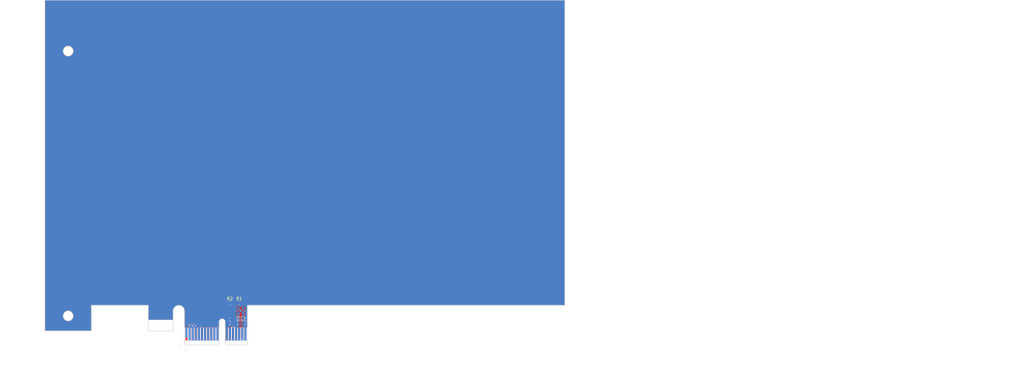
<source format=kicad_pcb>
(kicad_pcb (version 20171130) (host pcbnew 5.1.3-ffb9f22~84~ubuntu16.04.1)

  (general
    (thickness 1.6)
    (drawings 41)
    (tracks 35)
    (zones 0)
    (modules 6)
    (nets 25)
  )

  (page B)
  (title_block
    (title PCIexpress_x16_full)
    (company "Author: Luca Anastasio")
  )

  (layers
    (0 F.Cu power)
    (1 In1.Cu power)
    (2 In2.Cu power)
    (31 B.Cu power)
    (32 B.Adhes user)
    (33 F.Adhes user)
    (34 B.Paste user)
    (35 F.Paste user)
    (36 B.SilkS user)
    (37 F.SilkS user)
    (38 B.Mask user)
    (39 F.Mask user)
    (40 Dwgs.User user)
    (41 Cmts.User user)
    (42 Eco1.User user)
    (43 Eco2.User user)
    (44 Edge.Cuts user)
    (45 Margin user)
    (46 B.CrtYd user)
    (47 F.CrtYd user)
    (48 B.Fab user)
    (49 F.Fab user)
  )

  (setup
    (last_trace_width 0.0889)
    (user_trace_width 0.0889)
    (user_trace_width 0.127)
    (user_trace_width 0.2)
    (trace_clearance 0.0889)
    (zone_clearance 0.508)
    (zone_45_only no)
    (trace_min 0.0889)
    (via_size 0.45)
    (via_drill 0.2)
    (via_min_size 0.45)
    (via_min_drill 0.2)
    (user_via 0.45 0.2)
    (user_via 0.5 0.25)
    (user_via 0.55 0.3)
    (uvia_size 0.3)
    (uvia_drill 0.1)
    (uvias_allowed no)
    (uvia_min_size 0.2)
    (uvia_min_drill 0.1)
    (edge_width 0.05)
    (segment_width 0.2)
    (pcb_text_width 0.3)
    (pcb_text_size 1.5 1.5)
    (mod_edge_width 0.12)
    (mod_text_size 1 1)
    (mod_text_width 0.15)
    (pad_size 1.524 1.524)
    (pad_drill 0.762)
    (pad_to_mask_clearance 0.051)
    (solder_mask_min_width 0.25)
    (aux_axis_origin 109.625 194.125)
    (grid_origin 109.625 194.125)
    (visible_elements FFFDFFFF)
    (pcbplotparams
      (layerselection 0x010fc_ffffffff)
      (usegerberextensions false)
      (usegerberattributes false)
      (usegerberadvancedattributes false)
      (creategerberjobfile false)
      (excludeedgelayer true)
      (linewidth 0.100000)
      (plotframeref false)
      (viasonmask false)
      (mode 1)
      (useauxorigin false)
      (hpglpennumber 1)
      (hpglpenspeed 20)
      (hpglpendiameter 15.000000)
      (psnegative false)
      (psa4output false)
      (plotreference true)
      (plotvalue true)
      (plotinvisibletext false)
      (padsonsilk false)
      (subtractmaskfromsilk false)
      (outputformat 1)
      (mirror false)
      (drillshape 1)
      (scaleselection 1)
      (outputdirectory ""))
  )

  (net 0 "")
  (net 1 GND)
  (net 2 +12V)
  (net 3 +3V3)
  (net 4 +3.3VA)
  (net 5 "Net-(J2-PadB12)")
  (net 6 /PER0_P)
  (net 7 /PER0_N)
  (net 8 /SMCLK)
  (net 9 /SMDAT)
  (net 10 /~TRST)
  (net 11 /~WAKE)
  (net 12 /PET0_P)
  (net 13 /PET0_N)
  (net 14 /~PRSNT2x1)
  (net 15 /~PRSNT1)
  (net 16 /TCK)
  (net 17 /TDI)
  (net 18 /TDO)
  (net 19 /TMS)
  (net 20 /~PERST)
  (net 21 /REFCLK-)
  (net 22 /REFCLK+)
  (net 23 /PCIexpress_connector/_PER0_P)
  (net 24 /PCIexpress_connector/_PER0_N)

  (net_class Default "This is the default net class."
    (clearance 0.0889)
    (trace_width 0.0889)
    (via_dia 0.45)
    (via_drill 0.2)
    (uvia_dia 0.3)
    (uvia_drill 0.1)
    (diff_pair_width 0.2)
    (diff_pair_gap 0.2)
    (add_net +12V)
    (add_net +3.3VA)
    (add_net +3V3)
    (add_net /SMCLK)
    (add_net /SMDAT)
    (add_net /TCK)
    (add_net /TDI)
    (add_net /TDO)
    (add_net /TMS)
    (add_net /~PERST)
    (add_net /~PRSNT1)
    (add_net /~PRSNT2x1)
    (add_net /~TRST)
    (add_net /~WAKE)
    (add_net GND)
    (add_net "Net-(J2-PadB12)")
  )

  (net_class Diff-100-PCIe ""
    (clearance 0.2)
    (trace_width 0.0889)
    (via_dia 0.45)
    (via_drill 0.2)
    (uvia_dia 0.3)
    (uvia_drill 0.1)
    (diff_pair_width 0.2)
    (diff_pair_gap 0.2)
    (add_net /PCIexpress_connector/_PER0_N)
    (add_net /PCIexpress_connector/_PER0_P)
    (add_net /PER0_N)
    (add_net /PER0_P)
    (add_net /PET0_N)
    (add_net /PET0_P)
    (add_net /REFCLK+)
    (add_net /REFCLK-)
  )

  (net_class JLC2313-100d-3.5 ""
    (clearance 0.1)
    (trace_width 0.0889)
    (via_dia 0.45)
    (via_drill 0.2)
    (uvia_dia 0.3)
    (uvia_drill 0.1)
    (diff_pair_width 0.0889)
    (diff_pair_gap 0.1016)
  )

  (net_class JLC2313-100d-4 ""
    (clearance 0.1)
    (trace_width 0.0889)
    (via_dia 0.45)
    (via_drill 0.2)
    (uvia_dia 0.3)
    (uvia_drill 0.1)
    (diff_pair_width 0.1016)
    (diff_pair_gap 0.127)
  )

  (net_class JLC7628-100d-8 ""
    (clearance 0.2)
    (trace_width 0.0889)
    (via_dia 0.45)
    (via_drill 0.2)
    (uvia_dia 0.3)
    (uvia_drill 0.1)
    (diff_pair_width 0.2032)
    (diff_pair_gap 0.2032)
  )

  (module PCIexpress:PCIexpress_x1 (layer F.Cu) (tedit 5D338A37) (tstamp 5D4F3919)
    (at 109.625 194.125)
    (descr "PCIexpress x1 footprint")
    (tags PCIexpress)
    (path /5D508B15/5D4FEBD7)
    (attr virtual)
    (fp_text reference J2 (at 0 -19.75) (layer F.SilkS) hide
      (effects (font (size 1 1) (thickness 0.15)))
    )
    (fp_text value PCIexpress_x1 (at 0 -23) (layer F.Fab)
      (effects (font (size 1 1) (thickness 0.15)))
    )
    (fp_text user "Keep out components and traces both sides" (at 264.25 -65.25 90) (layer Cmts.User)
      (effects (font (size 1 1) (thickness 0.15)))
    )
    (fp_text user %R (at 0 -17.5) (layer F.Fab)
      (effects (font (size 1 1) (thickness 0.15)))
    )
    (fp_line (start 0.35 0) (end 10.55 0) (layer Dwgs.User) (width 0.12))
    (fp_line (start 11.05 -7.45) (end 11.05 -0.5) (layer Dwgs.User) (width 0.12))
    (fp_line (start 12.95 -7.45) (end 12.95 -0.5) (layer Dwgs.User) (width 0.12))
    (fp_arc (start 12 -7.45) (end 11.05 -7.45) (angle 180) (layer Dwgs.User) (width 0.12))
    (fp_line (start 11.05 -0.5) (end 10.55 0) (layer Dwgs.User) (width 0.12))
    (fp_line (start 12.95 -0.5) (end 13.45 0) (layer Dwgs.User) (width 0.12))
    (fp_line (start 13.45 0) (end 19.65 0) (layer Dwgs.User) (width 0.12))
    (fp_line (start -0.15 -0.5) (end -0.15 -10.925) (layer Dwgs.User) (width 0.12))
    (fp_line (start 20.15 -0.5) (end 20.15 -12.75) (layer Dwgs.User) (width 0.12))
    (fp_line (start -0.15 -0.5) (end 0.35 0) (layer Dwgs.User) (width 0.12))
    (fp_line (start 20.15 -0.5) (end 19.65 0) (layer Dwgs.User) (width 0.12))
    (fp_poly (pts (xy -0.25 -5.5) (xy 20.25 -5.5) (xy 20.25 0) (xy -0.25 0)) (layer F.Mask) (width 0.2))
    (fp_poly (pts (xy -0.25 -5.5) (xy 20.25 -5.5) (xy 20.25 0) (xy -0.25 0)) (layer B.Mask) (width 0.2))
    (fp_arc (start -1.975 -10.925) (end -0.15 -10.925) (angle -180) (layer Dwgs.User) (width 0.12))
    (fp_line (start -11.8 -4.5) (end -3.8 -4.5) (layer Dwgs.User) (width 0.12))
    (fp_line (start -3.8 -4.5) (end -3.8 -10.925) (layer Dwgs.User) (width 0.12))
    (fp_line (start -11.8 -4.5) (end -11.8 -12.75) (layer Dwgs.User) (width 0.12))
    (fp_line (start -30.15 -12.75) (end -11.8 -12.75) (layer Dwgs.User) (width 0.12))
    (fp_line (start -30.15 -4.5) (end -30.15 -12.75) (layer Dwgs.User) (width 0.12))
    (fp_line (start -30.15 -4.5) (end -45.15 -4.5) (layer Dwgs.User) (width 0.12))
    (fp_line (start 20.15 -12.75) (end 122.5027 -12.75) (layer Dwgs.User) (width 0.12))
    (fp_line (start -45.15 -111.15) (end 122.5 -111.15) (layer Dwgs.User) (width 0.12))
    (fp_line (start 122.5 -111.15) (end 122.5 -12.75) (layer Dwgs.User) (width 0.12))
    (fp_line (start -45.15 -111.15) (end -45.15 -4.5) (layer Dwgs.User) (width 0.12))
    (fp_line (start -45.15 -68.9) (end 122.5 -68.9) (layer Dwgs.User) (width 0.12))
    (fp_text user "Low profile max height" (at 39.25 -71) (layer Cmts.User)
      (effects (font (size 2 2) (thickness 0.25)))
    )
    (fp_text user "Full height max" (at 36.75 -108.25) (layer Cmts.User)
      (effects (font (size 2 2) (thickness 0.25)))
    )
    (fp_text user "Half length max" (at 124.5 -72.25 90) (layer Cmts.User)
      (effects (font (size 2 2) (thickness 0.25)))
    )
    (fp_circle (center -37.65 -9.35) (end -36.05 -9.35) (layer Dwgs.User) (width 0.12))
    (fp_line (start -11.8 -8) (end -3.8 -8) (layer Dwgs.User) (width 0.12))
    (fp_text user "Keep Out Cu" (at -7.75 -3.5) (layer Cmts.User)
      (effects (font (size 1 1) (thickness 0.15)))
    )
    (fp_poly (pts (xy -11.8 -4.5) (xy -11.8 -8) (xy -3.8 -8) (xy -3.8 -4.5)) (layer F.Mask) (width 0))
    (fp_poly (pts (xy -11.8 -4.5) (xy -11.8 -8) (xy -3.8 -8) (xy -3.8 -4.5)) (layer B.Mask) (width 0))
    (fp_circle (center -37.65 -63.25) (end -36.05 -63.25) (layer Dwgs.User) (width 0.12))
    (fp_circle (center -37.65 -94.75) (end -36.05 -94.75) (layer Dwgs.User) (width 0.12))
    (fp_line (start 122.5027 -12.75) (end 266.8527 -12.75) (layer Dwgs.User) (width 0.12))
    (fp_line (start 122.5 -111.15) (end 266.85 -111.15) (layer Dwgs.User) (width 0.12))
    (fp_line (start 266.85 -111.15) (end 266.8527 -12.75) (layer Dwgs.User) (width 0.12))
    (fp_text user "Full length max" (at 269 -74 90) (layer Cmts.User)
      (effects (font (size 2 2) (thickness 0.25)))
    )
    (fp_line (start -0.15 -10.925) (end -0.15 -13.75) (layer Dwgs.User) (width 0.12))
    (fp_line (start -0.15 -13.75) (end -45.15 -13.75) (layer Dwgs.User) (width 0.12))
    (fp_line (start 20.15 -12.75) (end 20.15 -13.75) (layer Dwgs.User) (width 0.12))
    (fp_text user "Keep out components and traces both sides" (at -21.75 -12) (layer Cmts.User)
      (effects (font (size 1 1) (thickness 0.15)))
    )
    (fp_line (start -45.15 -58.5) (end -32.45 -58.5) (layer Dwgs.User) (width 0.12))
    (fp_line (start -32.45 -58.5) (end -32.45 -67.9) (layer Dwgs.User) (width 0.12))
    (fp_line (start -32.45 -110.15) (end 92 -110.15) (layer Dwgs.User) (width 0.12))
    (fp_line (start 20.15 -13.75) (end 121.5 -13.75) (layer Dwgs.User) (width 0.12))
    (fp_line (start 92 -110.15) (end 92 -108.15) (layer Dwgs.User) (width 0.12))
    (fp_line (start 92 -108.15) (end 117.42 -108.15) (layer Dwgs.User) (width 0.12))
    (fp_line (start 121.5 -67.9) (end 121.5 -13.75) (layer Dwgs.User) (width 0.12))
    (fp_line (start -44.15 -58.5) (end -44.15 -13.75) (layer Dwgs.User) (width 0.12))
    (fp_text user "Keep out components and traces solder side" (at -44.75 -36 90) (layer Cmts.User)
      (effects (font (size 1 1) (thickness 0.15)))
    )
    (fp_text user "Keep out components and traces both sides" (at 121.893243 -40.134926 90) (layer Cmts.User)
      (effects (font (size 1 1) (thickness 0.15)))
    )
    (fp_line (start -32.45 -67.9) (end 121.5 -67.9) (layer Dwgs.User) (width 0.12))
    (fp_line (start -45.15 -89.7) (end -32.45 -89.7) (layer Dwgs.User) (width 0.12))
    (fp_line (start -32.45 -110.15) (end -32.45 -89.7) (layer Dwgs.User) (width 0.12))
    (fp_line (start 117.42 -108.15) (end 117.42 -13.75) (layer Dwgs.User) (width 0.12))
    (fp_text user "Keep out components and traces both sides" (at 120 -87.75 90) (layer Cmts.User)
      (effects (font (size 1 1) (thickness 0.15)))
    )
    (fp_line (start -40.07 -13.75) (end -40.07 -89.7) (layer Dwgs.User) (width 0.12))
    (fp_text user "Keep out components and traces solder side" (at -42.25 -77.5 180) (layer Cmts.User)
      (effects (font (size 1 1) (thickness 0.15)))
    )
    (fp_text user "Max component height: solder side 2,67mm component side 14,49mm" (at 40 -44.25) (layer Cmts.User)
      (effects (font (size 2 2) (thickness 0.25)))
    )
    (fp_line (start 96.9 -14.1) (end 96.9 -13.75) (layer Dwgs.User) (width 0.12))
    (fp_line (start 96.9 -14.1) (end 105.05 -14.1) (layer Dwgs.User) (width 0.12))
    (fp_line (start 105.05 -14.1) (end 105.05 -16.1) (layer Dwgs.User) (width 0.12))
    (fp_line (start 105.05 -16.1) (end 110.3 -16.1) (layer Dwgs.User) (width 0.12))
    (fp_line (start 110.3 -16.1) (end 110.3 -13.75) (layer Dwgs.User) (width 0.12))
    (fp_text user "Keep out components and traces component side" (at 107.75 -9 180) (layer Cmts.User)
      (effects (font (size 1 1) (thickness 0.15)))
    )
    (fp_line (start 107.5 -10) (end 107.5 -15) (layer Cmts.User) (width 0.12))
    (fp_line (start 107.5 -15) (end 107 -14.5) (layer Cmts.User) (width 0.12))
    (fp_line (start 107.5 -15) (end 108 -14.5) (layer Cmts.User) (width 0.12))
    (fp_line (start 122.5 -108.15) (end 256.65 -108.15) (layer Dwgs.User) (width 0.12))
    (fp_line (start 256.65 -108.15) (end 256.65 -99.7) (layer Dwgs.User) (width 0.12))
    (fp_line (start 122.5 -13.75) (end 256.65 -13.75) (layer Dwgs.User) (width 0.12))
    (fp_line (start 256.65 -13.75) (end 256.65 -22.9) (layer Dwgs.User) (width 0.12))
    (fp_line (start 256.65 -22.9) (end 261.77 -22.9) (layer Dwgs.User) (width 0.12))
    (fp_line (start 256.65 -99.7) (end 261.77 -99.7) (layer Dwgs.User) (width 0.12))
    (fp_line (start 261.77 -99.7) (end 261.77 -22.9) (layer Dwgs.User) (width 0.12))
    (fp_circle (center 261.77 -16.6) (end 263.37 -16.6) (layer Dwgs.User) (width 0.12))
    (fp_circle (center 261.77 -106.13) (end 263.37 -106.13) (layer Dwgs.User) (width 0.12))
    (pad B1 connect rect (at 0.5 -3.5) (size 0.7 4.2) (layers F.Cu)
      (net 2 +12V))
    (pad B2 connect rect (at 1.5 -3.5) (size 0.7 4.2) (layers F.Cu)
      (net 2 +12V))
    (pad B3 connect rect (at 2.5 -3.5) (size 0.7 4.2) (layers F.Cu)
      (net 2 +12V))
    (pad B4 connect rect (at 3.5 -3.5) (size 0.7 4.2) (layers F.Cu)
      (net 1 GND))
    (pad B5 connect rect (at 4.5 -3.5) (size 0.7 4.2) (layers F.Cu)
      (net 8 /SMCLK))
    (pad B6 connect rect (at 5.5 -3.5) (size 0.7 4.2) (layers F.Cu)
      (net 9 /SMDAT))
    (pad B7 connect rect (at 6.5 -3.5) (size 0.7 4.2) (layers F.Cu)
      (net 1 GND))
    (pad B8 connect rect (at 7.5 -3.5) (size 0.7 4.2) (layers F.Cu)
      (net 3 +3V3))
    (pad B9 connect rect (at 8.5 -3.5) (size 0.7 4.2) (layers F.Cu)
      (net 10 /~TRST))
    (pad B10 connect rect (at 9.5 -3.5) (size 0.7 4.2) (layers F.Cu)
      (net 4 +3.3VA))
    (pad B11 connect rect (at 10.5 -3.5) (size 0.7 4.2) (layers F.Cu)
      (net 11 /~WAKE))
    (pad B14 connect rect (at 15.5 -3.5) (size 0.7 4.2) (layers F.Cu)
      (net 12 /PET0_P))
    (pad B15 connect rect (at 16.5 -3.5) (size 0.7 4.2) (layers F.Cu)
      (net 13 /PET0_N))
    (pad B16 connect rect (at 17.5 -3.5) (size 0.7 4.2) (layers F.Cu)
      (net 1 GND))
    (pad B17 connect rect (at 18.5 -4) (size 0.7 3.2) (layers F.Cu)
      (net 14 /~PRSNT2x1))
    (pad B18 connect rect (at 19.5 -3.5) (size 0.7 4.2) (layers F.Cu)
      (net 1 GND))
    (pad B12 connect rect (at 13.5 -3.5) (size 0.7 4.2) (layers F.Cu)
      (net 5 "Net-(J2-PadB12)"))
    (pad B13 connect rect (at 14.5 -3.5) (size 0.7 4.2) (layers F.Cu)
      (net 1 GND))
    (pad A1 connect rect (at 0.5 -4) (size 0.7 3.2) (layers B.Cu)
      (net 15 /~PRSNT1))
    (pad A2 connect rect (at 1.5 -3.5) (size 0.7 4.2) (layers B.Cu)
      (net 2 +12V))
    (pad A3 connect rect (at 2.5 -3.5) (size 0.7 4.2) (layers B.Cu)
      (net 2 +12V))
    (pad A4 connect rect (at 3.5 -3.5) (size 0.7 4.2) (layers B.Cu)
      (net 1 GND))
    (pad A5 connect rect (at 4.5 -3.5) (size 0.7 4.2) (layers B.Cu)
      (net 16 /TCK))
    (pad A6 connect rect (at 5.5 -3.5) (size 0.7 4.2) (layers B.Cu)
      (net 17 /TDI))
    (pad A7 connect rect (at 6.5 -3.5) (size 0.7 4.2) (layers B.Cu)
      (net 18 /TDO))
    (pad A8 connect rect (at 7.5 -3.5) (size 0.7 4.2) (layers B.Cu)
      (net 19 /TMS))
    (pad A9 connect rect (at 8.5 -3.5) (size 0.7 4.2) (layers B.Cu)
      (net 3 +3V3))
    (pad A10 connect rect (at 9.5 -3.5) (size 0.7 4.2) (layers B.Cu)
      (net 3 +3V3))
    (pad A11 connect rect (at 10.5 -3.5) (size 0.7 4.2) (layers B.Cu)
      (net 20 /~PERST))
    (pad A14 connect rect (at 15.5 -3.5) (size 0.7 4.2) (layers B.Cu)
      (net 21 /REFCLK-))
    (pad A15 connect rect (at 16.5 -3.5) (size 0.7 4.2) (layers B.Cu)
      (net 1 GND))
    (pad A16 connect rect (at 17.5 -3.5) (size 0.7 4.2) (layers B.Cu)
      (net 23 /PCIexpress_connector/_PER0_P))
    (pad A17 connect rect (at 18.5 -3.5) (size 0.7 4.2) (layers B.Cu)
      (net 24 /PCIexpress_connector/_PER0_N))
    (pad A18 connect rect (at 19.5 -3.5) (size 0.7 4.2) (layers B.Cu)
      (net 1 GND))
    (pad A12 connect rect (at 13.5 -3.5) (size 0.7 4.2) (layers B.Cu)
      (net 1 GND))
    (pad A13 connect rect (at 14.5 -3.5) (size 0.7 4.2) (layers B.Cu)
      (net 22 /REFCLK+))
  )

  (module Capacitor_SMD:C_0603_1608Metric (layer B.Cu) (tedit 5B301BBE) (tstamp 5D3B9A8E)
    (at 128.375 183.125 90)
    (descr "Capacitor SMD 0603 (1608 Metric), square (rectangular) end terminal, IPC_7351 nominal, (Body size source: http://www.tortai-tech.com/upload/download/2011102023233369053.pdf), generated with kicad-footprint-generator")
    (tags capacitor)
    (path /5D508B15/5DAB5272/5DAB685F)
    (attr smd)
    (fp_text reference C2 (at -2.5 0 90) (layer B.SilkS)
      (effects (font (size 1 1) (thickness 0.15)) (justify mirror))
    )
    (fp_text value 100n (at 0 -1.43 90) (layer B.Fab)
      (effects (font (size 1 1) (thickness 0.15)) (justify mirror))
    )
    (fp_text user %R (at 0 0 90) (layer B.Fab)
      (effects (font (size 0.4 0.4) (thickness 0.06)) (justify mirror))
    )
    (fp_line (start 1.48 -0.73) (end -1.48 -0.73) (layer B.CrtYd) (width 0.05))
    (fp_line (start 1.48 0.73) (end 1.48 -0.73) (layer B.CrtYd) (width 0.05))
    (fp_line (start -1.48 0.73) (end 1.48 0.73) (layer B.CrtYd) (width 0.05))
    (fp_line (start -1.48 -0.73) (end -1.48 0.73) (layer B.CrtYd) (width 0.05))
    (fp_line (start -0.162779 -0.51) (end 0.162779 -0.51) (layer B.SilkS) (width 0.12))
    (fp_line (start -0.162779 0.51) (end 0.162779 0.51) (layer B.SilkS) (width 0.12))
    (fp_line (start 0.8 -0.4) (end -0.8 -0.4) (layer B.Fab) (width 0.1))
    (fp_line (start 0.8 0.4) (end 0.8 -0.4) (layer B.Fab) (width 0.1))
    (fp_line (start -0.8 0.4) (end 0.8 0.4) (layer B.Fab) (width 0.1))
    (fp_line (start -0.8 -0.4) (end -0.8 0.4) (layer B.Fab) (width 0.1))
    (pad 2 smd roundrect (at 0.7875 0 90) (size 0.875 0.95) (layers B.Cu B.Paste B.Mask) (roundrect_rratio 0.25)
      (net 7 /PER0_N))
    (pad 1 smd roundrect (at -0.7875 0 90) (size 0.875 0.95) (layers B.Cu B.Paste B.Mask) (roundrect_rratio 0.25)
      (net 24 /PCIexpress_connector/_PER0_N))
    (model ${KISYS3DMOD}/Capacitor_SMD.3dshapes/C_0603_1608Metric.wrl
      (at (xyz 0 0 0))
      (scale (xyz 1 1 1))
      (rotate (xyz 0 0 0))
    )
  )

  (module Capacitor_SMD:C_0603_1608Metric (layer B.Cu) (tedit 5B301BBE) (tstamp 5D3B9A7D)
    (at 126.875 183.125 270)
    (descr "Capacitor SMD 0603 (1608 Metric), square (rectangular) end terminal, IPC_7351 nominal, (Body size source: http://www.tortai-tech.com/upload/download/2011102023233369053.pdf), generated with kicad-footprint-generator")
    (tags capacitor)
    (path /5D508B15/5DAB5272/5DAB6859)
    (attr smd)
    (fp_text reference C1 (at 2.5 0 90) (layer B.SilkS)
      (effects (font (size 1 1) (thickness 0.15)) (justify mirror))
    )
    (fp_text value 100n (at 0 -1.43 90) (layer B.Fab)
      (effects (font (size 1 1) (thickness 0.15)) (justify mirror))
    )
    (fp_text user %R (at 0 0 90) (layer B.Fab)
      (effects (font (size 0.4 0.4) (thickness 0.06)) (justify mirror))
    )
    (fp_line (start 1.48 -0.73) (end -1.48 -0.73) (layer B.CrtYd) (width 0.05))
    (fp_line (start 1.48 0.73) (end 1.48 -0.73) (layer B.CrtYd) (width 0.05))
    (fp_line (start -1.48 0.73) (end 1.48 0.73) (layer B.CrtYd) (width 0.05))
    (fp_line (start -1.48 -0.73) (end -1.48 0.73) (layer B.CrtYd) (width 0.05))
    (fp_line (start -0.162779 -0.51) (end 0.162779 -0.51) (layer B.SilkS) (width 0.12))
    (fp_line (start -0.162779 0.51) (end 0.162779 0.51) (layer B.SilkS) (width 0.12))
    (fp_line (start 0.8 -0.4) (end -0.8 -0.4) (layer B.Fab) (width 0.1))
    (fp_line (start 0.8 0.4) (end 0.8 -0.4) (layer B.Fab) (width 0.1))
    (fp_line (start -0.8 0.4) (end 0.8 0.4) (layer B.Fab) (width 0.1))
    (fp_line (start -0.8 -0.4) (end -0.8 0.4) (layer B.Fab) (width 0.1))
    (pad 2 smd roundrect (at 0.7875 0 270) (size 0.875 0.95) (layers B.Cu B.Paste B.Mask) (roundrect_rratio 0.25)
      (net 23 /PCIexpress_connector/_PER0_P))
    (pad 1 smd roundrect (at -0.7875 0 270) (size 0.875 0.95) (layers B.Cu B.Paste B.Mask) (roundrect_rratio 0.25)
      (net 6 /PER0_P))
    (model ${KISYS3DMOD}/Capacitor_SMD.3dshapes/C_0603_1608Metric.wrl
      (at (xyz 0 0 0))
      (scale (xyz 1 1 1))
      (rotate (xyz 0 0 0))
    )
  )

  (module Resistor_SMD:R_0603_1608Metric (layer F.Cu) (tedit 5B301BBD) (tstamp 5D3B91F9)
    (at 124.125 180.625 180)
    (descr "Resistor SMD 0603 (1608 Metric), square (rectangular) end terminal, IPC_7351 nominal, (Body size source: http://www.tortai-tech.com/upload/download/2011102023233369053.pdf), generated with kicad-footprint-generator")
    (tags resistor)
    (path /5D508B15/5D516DFB/5D52E298)
    (attr smd)
    (fp_text reference R2 (at 0 1.375) (layer F.SilkS)
      (effects (font (size 1 1) (thickness 0.15)))
    )
    (fp_text value 49.9 (at 0 1.43) (layer F.Fab)
      (effects (font (size 1 1) (thickness 0.15)))
    )
    (fp_text user %R (at 0 0) (layer F.Fab)
      (effects (font (size 0.4 0.4) (thickness 0.06)))
    )
    (fp_line (start 1.48 0.73) (end -1.48 0.73) (layer F.CrtYd) (width 0.05))
    (fp_line (start 1.48 -0.73) (end 1.48 0.73) (layer F.CrtYd) (width 0.05))
    (fp_line (start -1.48 -0.73) (end 1.48 -0.73) (layer F.CrtYd) (width 0.05))
    (fp_line (start -1.48 0.73) (end -1.48 -0.73) (layer F.CrtYd) (width 0.05))
    (fp_line (start -0.162779 0.51) (end 0.162779 0.51) (layer F.SilkS) (width 0.12))
    (fp_line (start -0.162779 -0.51) (end 0.162779 -0.51) (layer F.SilkS) (width 0.12))
    (fp_line (start 0.8 0.4) (end -0.8 0.4) (layer F.Fab) (width 0.1))
    (fp_line (start 0.8 -0.4) (end 0.8 0.4) (layer F.Fab) (width 0.1))
    (fp_line (start -0.8 -0.4) (end 0.8 -0.4) (layer F.Fab) (width 0.1))
    (fp_line (start -0.8 0.4) (end -0.8 -0.4) (layer F.Fab) (width 0.1))
    (pad 2 smd roundrect (at 0.7875 0 180) (size 0.875 0.95) (layers F.Cu F.Paste F.Mask) (roundrect_rratio 0.25)
      (net 1 GND))
    (pad 1 smd roundrect (at -0.7875 0 180) (size 0.875 0.95) (layers F.Cu F.Paste F.Mask) (roundrect_rratio 0.25)
      (net 12 /PET0_P))
    (model ${KISYS3DMOD}/Resistor_SMD.3dshapes/R_0603_1608Metric.wrl
      (at (xyz 0 0 0))
      (scale (xyz 1 1 1))
      (rotate (xyz 0 0 0))
    )
  )

  (module Resistor_SMD:R_0603_1608Metric (layer F.Cu) (tedit 5B301BBD) (tstamp 5D3B91E8)
    (at 127.125 180.625)
    (descr "Resistor SMD 0603 (1608 Metric), square (rectangular) end terminal, IPC_7351 nominal, (Body size source: http://www.tortai-tech.com/upload/download/2011102023233369053.pdf), generated with kicad-footprint-generator")
    (tags resistor)
    (path /5D508B15/5D516DFB/5D52DCBC)
    (attr smd)
    (fp_text reference R1 (at 0 -1.375) (layer F.SilkS)
      (effects (font (size 1 1) (thickness 0.15)))
    )
    (fp_text value 49.9 (at 0 1.43) (layer F.Fab)
      (effects (font (size 1 1) (thickness 0.15)))
    )
    (fp_text user %R (at 0 0) (layer F.Fab)
      (effects (font (size 0.4 0.4) (thickness 0.06)))
    )
    (fp_line (start 1.48 0.73) (end -1.48 0.73) (layer F.CrtYd) (width 0.05))
    (fp_line (start 1.48 -0.73) (end 1.48 0.73) (layer F.CrtYd) (width 0.05))
    (fp_line (start -1.48 -0.73) (end 1.48 -0.73) (layer F.CrtYd) (width 0.05))
    (fp_line (start -1.48 0.73) (end -1.48 -0.73) (layer F.CrtYd) (width 0.05))
    (fp_line (start -0.162779 0.51) (end 0.162779 0.51) (layer F.SilkS) (width 0.12))
    (fp_line (start -0.162779 -0.51) (end 0.162779 -0.51) (layer F.SilkS) (width 0.12))
    (fp_line (start 0.8 0.4) (end -0.8 0.4) (layer F.Fab) (width 0.1))
    (fp_line (start 0.8 -0.4) (end 0.8 0.4) (layer F.Fab) (width 0.1))
    (fp_line (start -0.8 -0.4) (end 0.8 -0.4) (layer F.Fab) (width 0.1))
    (fp_line (start -0.8 0.4) (end -0.8 -0.4) (layer F.Fab) (width 0.1))
    (pad 2 smd roundrect (at 0.7875 0) (size 0.875 0.95) (layers F.Cu F.Paste F.Mask) (roundrect_rratio 0.25)
      (net 1 GND))
    (pad 1 smd roundrect (at -0.7875 0) (size 0.875 0.95) (layers F.Cu F.Paste F.Mask) (roundrect_rratio 0.25)
      (net 13 /PET0_N))
    (model ${KISYS3DMOD}/Resistor_SMD.3dshapes/R_0603_1608Metric.wrl
      (at (xyz 0 0 0))
      (scale (xyz 1 1 1))
      (rotate (xyz 0 0 0))
    )
  )

  (module PCIexpress:PCIexpress_bracket_full (layer F.Cu) (tedit 5D33889E) (tstamp 5D4EE42F)
    (at 109.625 194.125)
    (descr "PCIexpress full height bracket")
    (tags "PCIexpress bracket")
    (path /5D508B15/5D51ADA7)
    (attr virtual)
    (fp_text reference J1 (at 0 -19.75) (layer F.SilkS) hide
      (effects (font (size 1 1) (thickness 0.15)))
    )
    (fp_text value PCIexpress_bracket (at 0 -23) (layer F.Fab)
      (effects (font (size 1 1) (thickness 0.15)))
    )
    (fp_circle (center -37.65 -9.35) (end -36.05 -9.35) (layer Dwgs.User) (width 0.12))
    (fp_circle (center -37.65 -94.75) (end -36.05 -94.75) (layer Dwgs.User) (width 0.12))
    (fp_line (start -46.18 10.09) (end -46.62188 15.140707) (layer Dwgs.User) (width 0.12))
    (fp_line (start -47.04 10.09) (end -47.48188 15.140707) (layer Dwgs.User) (width 0.12))
    (fp_line (start -35.74 -5.375) (end -46.18 -5.375) (layer Dwgs.User) (width 0.12))
    (fp_arc (start -35.74 -6.645) (end -35.74 -5.375) (angle -90) (layer Dwgs.User) (width 0.12))
    (fp_arc (start -35.74 -12.055) (end -34.47 -12.055) (angle -90) (layer Dwgs.User) (width 0.12))
    (fp_line (start -34.47 -12.055) (end -34.47 -6.645) (layer Dwgs.User) (width 0.12))
    (fp_line (start -35.74 -13.325) (end -46.18 -13.325) (layer Dwgs.User) (width 0.12))
    (fp_line (start -35.74 -90.775) (end -46.18 -90.775) (layer Dwgs.User) (width 0.12))
    (fp_line (start -35.74 -98.725) (end -46.18 -98.725) (layer Dwgs.User) (width 0.12))
    (fp_arc (start -35.74 -92.045) (end -35.74 -90.775) (angle -90) (layer Dwgs.User) (width 0.12))
    (fp_arc (start -35.74 -97.455) (end -34.47 -97.455) (angle -90) (layer Dwgs.User) (width 0.12))
    (fp_line (start -34.47 -97.455) (end -34.47 -92.045) (layer Dwgs.User) (width 0.12))
    (fp_line (start -58.47 -104.86) (end -58.47 -105.72) (layer Dwgs.User) (width 0.12))
    (fp_line (start -47.04 -105.72) (end -58.47 -105.72) (layer Dwgs.User) (width 0.12))
    (fp_line (start -47.04 -104.86) (end -58.47 -104.86) (layer Dwgs.User) (width 0.12))
    (fp_arc (start -47.04 -104.86) (end -46.18 -104.86) (angle -90) (layer Dwgs.User) (width 0.12))
    (fp_line (start -47.04 -104.86) (end -47.04 10.09) (layer Dwgs.User) (width 0.12))
    (fp_line (start -47.48188 15.140707) (end -46.62188 15.140707) (layer Dwgs.User) (width 0.12))
    (fp_line (start -46.18 -104.86) (end -46.18 10.09) (layer Dwgs.User) (width 0.12))
    (model ${KIPRJMOD}/../Library/PCIexpress.3dshapes/PCIexpress_bracket_full.step
      (offset (xyz -46.18 104.86 15.86))
      (scale (xyz 1 1 1))
      (rotate (xyz 0 0 90))
    )
  )

  (gr_line (start 129.275 194.125) (end 123.075 194.125) (layer Edge.Cuts) (width 0.15))
  (gr_line (start 129.775 193.625) (end 129.275 194.125) (layer Edge.Cuts) (width 0.15))
  (gr_line (start 129.775 181.375) (end 129.775 193.625) (layer Edge.Cuts) (width 0.15))
  (gr_line (start 232.1277 181.375) (end 129.775 181.375) (layer Edge.Cuts) (width 0.15))
  (target plus (at 109.625 194.125) (size 5) (width 0.05) (layer Edge.Cuts))
  (gr_line (start 232.125 82.975) (end 232.1277 181.375) (layer Edge.Cuts) (width 0.15))
  (gr_line (start 64.475 82.975) (end 232.125 82.975) (layer Edge.Cuts) (width 0.15))
  (gr_line (start 69.555 104.425) (end 69.555 180.375) (layer Dwgs.User) (width 0.15))
  (gr_line (start 109.475 180.375) (end 109.475 193.625) (layer Dwgs.User) (width 0.15))
  (gr_line (start 64.475 180.375) (end 109.475 180.375) (layer Dwgs.User) (width 0.15))
  (gr_line (start 64.475 104.425) (end 64.475 180.375) (layer Dwgs.User) (width 0.15))
  (gr_line (start 77.175 104.425) (end 64.475 104.425) (layer Dwgs.User) (width 0.15))
  (gr_line (start 77.175 83.975) (end 77.175 104.425) (layer Dwgs.User) (width 0.15))
  (gr_line (start 201.625 83.975) (end 77.175 83.975) (layer Dwgs.User) (width 0.15))
  (gr_line (start 201.625 85.975) (end 201.625 83.975) (layer Dwgs.User) (width 0.15))
  (gr_line (start 366.275 85.975) (end 201.625 85.975) (layer Dwgs.User) (width 0.15))
  (gr_line (start 219.925 180.375) (end 366.275 180.375) (layer Dwgs.User) (width 0.15))
  (gr_line (start 219.925 178.025) (end 219.925 180.375) (layer Dwgs.User) (width 0.15))
  (gr_line (start 214.675 178.025) (end 219.925 178.025) (layer Dwgs.User) (width 0.15))
  (gr_line (start 214.675 180.025) (end 214.675 178.025) (layer Dwgs.User) (width 0.15))
  (gr_line (start 206.525 180.025) (end 214.675 180.025) (layer Dwgs.User) (width 0.15))
  (gr_line (start 206.525 180.375) (end 206.525 180.025) (layer Dwgs.User) (width 0.15))
  (gr_line (start 193.775 180.375) (end 206.525 180.375) (layer Dwgs.User) (width 0.15))
  (gr_circle (center 71.975 99.375) (end 73.575 99.375) (layer Edge.Cuts) (width 0.15))
  (gr_circle (center 71.975 184.775) (end 73.575 184.775) (layer Edge.Cuts) (width 0.15))
  (gr_arc (start 107.65 183.2) (end 109.475 183.2) (angle -180) (layer Edge.Cuts) (width 0.15))
  (gr_arc (start 121.625 186.675) (end 122.575 186.675) (angle -180) (layer Edge.Cuts) (width 0.15))
  (gr_line (start 109.475 183.2) (end 109.475 193.625) (layer Edge.Cuts) (width 0.15))
  (gr_line (start 105.825 189.625) (end 105.825 183.2) (layer Edge.Cuts) (width 0.15))
  (gr_line (start 97.825 189.625) (end 105.825 189.625) (layer Edge.Cuts) (width 0.15))
  (gr_line (start 97.825 181.375) (end 97.825 189.625) (layer Edge.Cuts) (width 0.15))
  (gr_line (start 79.475 181.375) (end 97.825 181.375) (layer Edge.Cuts) (width 0.15))
  (gr_line (start 79.475 189.625) (end 79.475 181.375) (layer Edge.Cuts) (width 0.15))
  (gr_line (start 64.475 189.625) (end 79.475 189.625) (layer Edge.Cuts) (width 0.15))
  (gr_line (start 64.475 82.975) (end 64.475 189.625) (layer Edge.Cuts) (width 0.15))
  (gr_line (start 122.575 193.625) (end 123.075 194.125) (layer Edge.Cuts) (width 0.15))
  (gr_line (start 122.575 186.675) (end 122.575 193.625) (layer Edge.Cuts) (width 0.15))
  (gr_line (start 120.675 193.625) (end 120.675 186.675) (layer Edge.Cuts) (width 0.15))
  (gr_line (start 120.175 194.125) (end 120.675 193.625) (layer Edge.Cuts) (width 0.15))
  (gr_line (start 109.975 194.125) (end 120.175 194.125) (layer Edge.Cuts) (width 0.15))
  (gr_line (start 109.475 193.625) (end 109.975 194.125) (layer Edge.Cuts) (width 0.15))

  (via (at 124.125 185.5) (size 0.55) (drill 0.3) (layers F.Cu B.Cu) (net 1) (tstamp 5D3B5DF8))
  (via (at 129.125 185.5) (size 0.55) (drill 0.3) (layers F.Cu B.Cu) (net 1) (tstamp 5D3B5E00))
  (via (at 126.625 185.5) (size 0.55) (drill 0.3) (layers F.Cu B.Cu) (net 1) (tstamp 5D3B5E12))
  (via (at 124.125 186.5) (size 0.55) (drill 0.3) (layers F.Cu B.Cu) (net 1) (tstamp 5D3B5DF8))
  (via (at 129.125 186.5) (size 0.55) (drill 0.3) (layers F.Cu B.Cu) (net 1) (tstamp 5D3B5E00))
  (via (at 126.625 186.5) (size 0.55) (drill 0.3) (layers F.Cu B.Cu) (net 1) (tstamp 5D3B5E12))
  (via (at 129.125 187.5) (size 0.55) (drill 0.3) (layers F.Cu B.Cu) (net 1))
  (via (at 126.625 187.5) (size 0.55) (drill 0.3) (layers F.Cu B.Cu) (net 1))
  (via (at 124.125 187.5) (size 0.55) (drill 0.3) (layers F.Cu B.Cu) (net 1))
  (segment (start 113.125 188.125) (end 113.125 188.125) (width 0.7) (layer F.Cu) (net 1) (tstamp 5D3B5EBF))
  (segment (start 113.125 190.625) (end 113.125 188) (width 0.7) (layer F.Cu) (net 1))
  (via (at 113.125 188) (size 0.55) (drill 0.3) (layers F.Cu B.Cu) (net 1))
  (via (at 112.125 188) (size 0.55) (drill 0.3) (layers F.Cu B.Cu) (net 2))
  (via (at 111.125 188) (size 0.55) (drill 0.3) (layers F.Cu B.Cu) (net 2))
  (segment (start 111.125 190.625) (end 111.125 188) (width 0.0889) (layer F.Cu) (net 2))
  (segment (start 124.9125 181.26875) (end 124.9125 180.625) (width 0.2) (layer F.Cu) (net 12))
  (segment (start 125.425 181.78125) (end 124.9125 181.26875) (width 0.2) (layer F.Cu) (net 12))
  (segment (start 125.125 190.625) (end 125.125 188.375) (width 0.2) (layer F.Cu) (net 12))
  (segment (start 125.125 188.375) (end 125.425 188.075) (width 0.2) (layer F.Cu) (net 12))
  (segment (start 125.425 188.075) (end 125.425 181.78125) (width 0.2) (layer F.Cu) (net 12))
  (segment (start 126.3375 181.2875) (end 126.3375 180.625) (width 0.2) (layer F.Cu) (net 13))
  (segment (start 125.825 181.8) (end 126.3375 181.2875) (width 0.2) (layer F.Cu) (net 13))
  (segment (start 125.825 188.075) (end 125.825 181.8) (width 0.2) (layer F.Cu) (net 13))
  (segment (start 126.125 190.625) (end 126.125 188.375) (width 0.2) (layer F.Cu) (net 13))
  (segment (start 126.125 188.375) (end 125.825 188.075) (width 0.2) (layer F.Cu) (net 13))
  (segment (start 126.875 183.9125) (end 126.875 184.5) (width 0.2) (layer B.Cu) (net 23))
  (segment (start 127.125 188.375) (end 127.125 190.625) (width 0.2) (layer B.Cu) (net 23))
  (segment (start 126.875 184.5) (end 127.425 185.05) (width 0.2) (layer B.Cu) (net 23))
  (segment (start 127.425 185.05) (end 127.425 188.075) (width 0.2) (layer B.Cu) (net 23))
  (segment (start 127.425 188.075) (end 127.125 188.375) (width 0.2) (layer B.Cu) (net 23))
  (segment (start 127.825 188.075) (end 128.125 188.375) (width 0.2) (layer B.Cu) (net 24))
  (segment (start 128.375 183.9125) (end 128.375 184.5) (width 0.2) (layer B.Cu) (net 24))
  (segment (start 128.375 184.5) (end 127.825 185.05) (width 0.2) (layer B.Cu) (net 24))
  (segment (start 127.825 185.05) (end 127.825 188.075) (width 0.2) (layer B.Cu) (net 24))
  (segment (start 128.125 188.375) (end 128.125 190.625) (width 0.2) (layer B.Cu) (net 24))

  (zone (net 0) (net_name "") (layer B.Cu) (tstamp 0) (hatch edge 0.508)
    (connect_pads (clearance 0.508))
    (min_thickness 0.254)
    (keepout (tracks not_allowed) (vias not_allowed) (copperpour allowed))
    (fill (arc_segments 32) (thermal_gap 0.508) (thermal_bridge_width 0.508))
    (polygon
      (pts
        (xy 64.475 180.375) (xy 69.555 180.375) (xy 69.555 104.425) (xy 64.475 104.425)
      )
    )
  )
  (zone (net 0) (net_name "") (layer F.Cu) (tstamp 0) (hatch edge 0.508)
    (connect_pads (clearance 0.508))
    (min_thickness 0.254)
    (keepout (tracks not_allowed) (vias not_allowed) (copperpour allowed))
    (fill (arc_segments 32) (thermal_gap 0.508) (thermal_bridge_width 0.508))
    (polygon
      (pts
        (xy 206.525 180.375) (xy 206.525 180.025) (xy 214.675 180.025) (xy 214.675 178.025) (xy 219.925 178.025)
        (xy 219.925 180.375)
      )
    )
  )
  (zone (net 2) (net_name +12V) (layer B.Cu) (tstamp 5D3B68C0) (hatch full 0.508)
    (priority 2)
    (connect_pads thru_hole_only (clearance 0))
    (min_thickness 0.25)
    (fill yes (arc_segments 32) (thermal_gap 0.508) (thermal_bridge_width 0.508))
    (polygon
      (pts
        (xy 112.625 188.526) (xy 110.625 188.526) (xy 110.625 187.5) (xy 112.625 187.5)
      )
    )
    (filled_polygon
      (pts
        (xy 112.5 188.401) (xy 110.75 188.401) (xy 110.75 187.625) (xy 112.5 187.625)
      )
    )
  )
  (zone (net 2) (net_name +12V) (layer F.Cu) (tstamp 5D3B7F86) (hatch full 0.508)
    (priority 2)
    (connect_pads thru_hole_only (clearance 0))
    (min_thickness 0.25)
    (fill yes (arc_segments 32) (thermal_gap 0.508) (thermal_bridge_width 0.508))
    (polygon
      (pts
        (xy 112.625 188.526) (xy 109.375 188.526) (xy 109.375 187.5) (xy 112.625 187.5)
      )
    )
    (filled_polygon
      (pts
        (xy 112.5 188.401) (xy 109.675 188.401) (xy 109.675 187.625) (xy 112.5 187.625)
      )
    )
  )
  (zone (net 0) (net_name "") (layers F.Cu In1.Cu In2.Cu B.Cu) (tstamp 0) (hatch edge 0.508)
    (connect_pads (clearance 0))
    (min_thickness 0.254)
    (keepout (tracks not_allowed) (vias not_allowed) (copperpour allowed))
    (fill (arc_segments 32) (thermal_gap 0.508) (thermal_bridge_width 0.508))
    (polygon
      (pts
        (xy 64.475 180.375) (xy 109.475 180.375) (xy 109.475 183.2) (xy 105.825 183.2) (xy 105.825 186.125)
        (xy 97.825 186.125) (xy 97.825 181.375) (xy 79.475 181.375) (xy 79.475 189.625) (xy 64.475 189.625)
      )
    )
  )
  (zone (net 0) (net_name "") (layers F.Cu In1.Cu In2.Cu B.Cu) (tstamp 0) (hatch edge 0.508)
    (connect_pads (clearance 0))
    (min_thickness 0.254)
    (keepout (tracks not_allowed) (vias not_allowed) (copperpour not_allowed))
    (fill (arc_segments 32) (thermal_gap 0.508) (thermal_bridge_width 0.508))
    (polygon
      (pts
        (xy 97.825 186.125) (xy 105.825 186.125) (xy 105.825 189.625) (xy 97.825 189.625)
      )
    )
  )
  (zone (net 1) (net_name GND) (layer F.Cu) (tstamp 0) (hatch edge 0.508)
    (connect_pads thru_hole_only (clearance 0))
    (min_thickness 0.25)
    (fill yes (arc_segments 32) (thermal_gap 0.508) (thermal_bridge_width 0.508))
    (polygon
      (pts
        (xy 64.5 83) (xy 232.125 83) (xy 232.125 181.375) (xy 129.875 181.375) (xy 129.875 188.525)
        (xy 109.375 188.525) (xy 109.375 183.25) (xy 105.875 183.25) (xy 105.875 186) (xy 97.75 186)
        (xy 97.75 181.375) (xy 79.5 181.375) (xy 79.5 189.625) (xy 64.5 189.625)
      )
    )
    (filled_polygon
      (pts
        (xy 231.927695 181.175) (xy 129.784817 181.175) (xy 129.775 181.174033) (xy 129.765183 181.175) (xy 129.735793 181.177895)
        (xy 129.698093 181.189331) (xy 129.663349 181.207902) (xy 129.632895 181.232895) (xy 129.607902 181.263349) (xy 129.589331 181.298093)
        (xy 129.577895 181.335793) (xy 129.574033 181.375) (xy 129.575 181.384817) (xy 129.575001 188.4) (xy 128.649124 188.4)
        (xy 128.626981 188.373019) (xy 128.594411 188.346289) (xy 128.557252 188.326427) (xy 128.516932 188.314196) (xy 128.475 188.310066)
        (xy 127.775 188.310066) (xy 127.733068 188.314196) (xy 127.692748 188.326427) (xy 127.655589 188.346289) (xy 127.623019 188.373019)
        (xy 127.600876 188.4) (xy 126.776699 188.4) (xy 126.746535 188.343566) (xy 126.705921 188.294079) (xy 126.656434 188.253465)
        (xy 126.599974 188.223287) (xy 126.538711 188.204703) (xy 126.514607 188.202329) (xy 126.480084 188.13774) (xy 126.426974 188.073026)
        (xy 126.410762 188.059721) (xy 126.25 187.89896) (xy 126.25 181.97604) (xy 126.623263 181.602778) (xy 126.639474 181.589474)
        (xy 126.65843 181.566377) (xy 126.682443 181.537117) (xy 126.692584 181.52476) (xy 126.732048 181.450927) (xy 126.749693 181.392758)
        (xy 126.75072 181.389374) (xy 126.764936 181.385062) (xy 126.859215 181.334669) (xy 126.941851 181.266851) (xy 127.009669 181.184215)
        (xy 127.060062 181.089936) (xy 127.091094 180.987637) (xy 127.101572 180.88125) (xy 127.101572 180.36875) (xy 127.091094 180.262363)
        (xy 127.060062 180.160064) (xy 127.009669 180.065785) (xy 126.941851 179.983149) (xy 126.859215 179.915331) (xy 126.764936 179.864938)
        (xy 126.662637 179.833906) (xy 126.55625 179.823428) (xy 126.11875 179.823428) (xy 126.012363 179.833906) (xy 125.910064 179.864938)
        (xy 125.815785 179.915331) (xy 125.733149 179.983149) (xy 125.665331 180.065785) (xy 125.625 180.141239) (xy 125.584669 180.065785)
        (xy 125.516851 179.983149) (xy 125.434215 179.915331) (xy 125.339936 179.864938) (xy 125.237637 179.833906) (xy 125.13125 179.823428)
        (xy 124.69375 179.823428) (xy 124.587363 179.833906) (xy 124.485064 179.864938) (xy 124.390785 179.915331) (xy 124.308149 179.983149)
        (xy 124.240331 180.065785) (xy 124.189938 180.160064) (xy 124.158906 180.262363) (xy 124.148428 180.36875) (xy 124.148428 180.88125)
        (xy 124.158906 180.987637) (xy 124.189938 181.089936) (xy 124.240331 181.184215) (xy 124.308149 181.266851) (xy 124.390785 181.334669)
        (xy 124.485064 181.385062) (xy 124.505545 181.391275) (xy 124.517952 181.432176) (xy 124.557416 181.506009) (xy 124.610526 181.570724)
        (xy 124.626743 181.584033) (xy 125.000001 181.957292) (xy 125 187.898959) (xy 124.839238 188.059721) (xy 124.823027 188.073026)
        (xy 124.769917 188.13774) (xy 124.75892 188.158315) (xy 124.735394 188.202329) (xy 124.711289 188.204703) (xy 124.650026 188.223287)
        (xy 124.593566 188.253465) (xy 124.544079 188.294079) (xy 124.503465 188.343566) (xy 124.473301 188.4) (xy 123.649124 188.4)
        (xy 123.626981 188.373019) (xy 123.594411 188.346289) (xy 123.557252 188.326427) (xy 123.516932 188.314196) (xy 123.475 188.310066)
        (xy 122.775 188.310066) (xy 122.775 186.665183) (xy 122.774931 186.664483) (xy 122.774902 186.660334) (xy 122.773953 186.651307)
        (xy 122.773953 186.642219) (xy 122.773661 186.639442) (xy 122.752994 186.45519) (xy 122.749233 186.437497) (xy 122.745705 186.419678)
        (xy 122.744878 186.417011) (xy 122.688817 186.240282) (xy 122.681695 186.223663) (xy 122.674769 186.20686) (xy 122.67344 186.204404)
        (xy 122.584119 186.04193) (xy 122.573881 186.026978) (xy 122.563846 186.011874) (xy 122.562072 186.00973) (xy 122.562067 186.009723)
        (xy 122.562061 186.009718) (xy 122.442889 185.867693) (xy 122.429963 185.855036) (xy 122.417164 185.842147) (xy 122.415 185.840383)
        (xy 122.270506 185.724206) (xy 122.255341 185.714283) (xy 122.24031 185.704144) (xy 122.237845 185.702833) (xy 122.073535 185.616934)
        (xy 122.056748 185.610152) (xy 122.040017 185.603119) (xy 122.037344 185.602312) (xy 121.85948 185.549964) (xy 121.841692 185.546571)
        (xy 121.823917 185.542922) (xy 121.821139 185.54265) (xy 121.636495 185.525846) (xy 121.618401 185.525973) (xy 121.600241 185.525846)
        (xy 121.597462 185.526119) (xy 121.41307 185.5455) (xy 121.39535 185.549137) (xy 121.377508 185.552541) (xy 121.374835 185.553348)
        (xy 121.197719 185.608174) (xy 121.181041 185.615185) (xy 121.1642 185.621989) (xy 121.161735 185.6233) (xy 120.998642 185.711484)
        (xy 120.983617 185.721619) (xy 120.968445 185.731547) (xy 120.966289 185.733306) (xy 120.966282 185.733311) (xy 120.966276 185.733317)
        (xy 120.823423 185.851496) (xy 120.810694 185.864315) (xy 120.797699 185.87704) (xy 120.795919 185.879192) (xy 120.678736 186.022872)
        (xy 120.668724 186.037942) (xy 120.658463 186.052927) (xy 120.657136 186.055383) (xy 120.570092 186.219088) (xy 120.563193 186.235826)
        (xy 120.556042 186.25251) (xy 120.555217 186.255177) (xy 120.501629 186.432671) (xy 120.498114 186.450422) (xy 120.494339 186.468183)
        (xy 120.494049 186.470951) (xy 120.494047 186.470961) (xy 120.494047 186.47097) (xy 120.475955 186.655483) (xy 120.475955 186.655498)
        (xy 120.475001 186.665183) (xy 120.475001 188.310066) (xy 119.775 188.310066) (xy 119.733068 188.314196) (xy 119.692748 188.326427)
        (xy 119.655589 188.346289) (xy 119.625 188.371393) (xy 119.594411 188.346289) (xy 119.557252 188.326427) (xy 119.516932 188.314196)
        (xy 119.475 188.310066) (xy 118.775 188.310066) (xy 118.733068 188.314196) (xy 118.692748 188.326427) (xy 118.655589 188.346289)
        (xy 118.625 188.371393) (xy 118.594411 188.346289) (xy 118.557252 188.326427) (xy 118.516932 188.314196) (xy 118.475 188.310066)
        (xy 117.775 188.310066) (xy 117.733068 188.314196) (xy 117.692748 188.326427) (xy 117.655589 188.346289) (xy 117.625 188.371393)
        (xy 117.594411 188.346289) (xy 117.557252 188.326427) (xy 117.516932 188.314196) (xy 117.475 188.310066) (xy 116.775 188.310066)
        (xy 116.733068 188.314196) (xy 116.692748 188.326427) (xy 116.655589 188.346289) (xy 116.623019 188.373019) (xy 116.600876 188.4)
        (xy 115.649124 188.4) (xy 115.626981 188.373019) (xy 115.594411 188.346289) (xy 115.557252 188.326427) (xy 115.516932 188.314196)
        (xy 115.475 188.310066) (xy 114.775 188.310066) (xy 114.733068 188.314196) (xy 114.692748 188.326427) (xy 114.655589 188.346289)
        (xy 114.625 188.371393) (xy 114.594411 188.346289) (xy 114.557252 188.326427) (xy 114.516932 188.314196) (xy 114.475 188.310066)
        (xy 113.775 188.310066) (xy 113.733068 188.314196) (xy 113.692748 188.326427) (xy 113.655589 188.346289) (xy 113.623019 188.373019)
        (xy 113.600876 188.4) (xy 112.8389 188.4) (xy 112.8389 187.5) (xy 112.83479 187.45827) (xy 112.822618 187.418144)
        (xy 112.802851 187.381164) (xy 112.77625 187.34875) (xy 112.743836 187.322149) (xy 112.706856 187.302382) (xy 112.66673 187.29021)
        (xy 112.625 187.2861) (xy 109.675 187.2861) (xy 109.675 183.190183) (xy 109.674931 183.189486) (xy 109.674817 183.173122)
        (xy 109.673868 183.164093) (xy 109.673868 183.155002) (xy 109.673576 183.152225) (xy 109.633873 182.798267) (xy 109.630107 182.780551)
        (xy 109.626583 182.762754) (xy 109.625757 182.760087) (xy 109.51806 182.420582) (xy 109.510939 182.403966) (xy 109.504012 182.387161)
        (xy 109.502683 182.384705) (xy 109.331093 182.072584) (xy 109.320878 182.057666) (xy 109.310821 182.042528) (xy 109.309041 182.040377)
        (xy 109.080095 181.76753) (xy 109.067172 181.754875) (xy 109.054371 181.741984) (xy 109.052207 181.740219) (xy 108.774624 181.517037)
        (xy 108.759459 181.507114) (xy 108.744428 181.496975) (xy 108.741962 181.495664) (xy 108.426316 181.330648) (xy 108.409529 181.323866)
        (xy 108.392798 181.316833) (xy 108.390125 181.316026) (xy 108.048439 181.215463) (xy 108.030665 181.212073) (xy 108.012877 181.208421)
        (xy 108.010098 181.208149) (xy 107.655386 181.175867) (xy 107.637292 181.175994) (xy 107.619132 181.175867) (xy 107.616353 181.17614)
        (xy 107.262127 181.213371) (xy 107.244389 181.217012) (xy 107.226564 181.220412) (xy 107.223891 181.221219) (xy 106.883642 181.326544)
        (xy 106.866939 181.333565) (xy 106.850124 181.340359) (xy 106.847659 181.34167) (xy 106.534348 181.511076) (xy 106.5193 181.521226)
        (xy 106.504151 181.531139) (xy 106.501995 181.532898) (xy 106.501988 181.532903) (xy 106.501982 181.532909) (xy 106.227548 181.75994)
        (xy 106.214782 181.772796) (xy 106.201823 181.785486) (xy 106.200049 181.787632) (xy 106.200044 181.787637) (xy 106.20004 181.787642)
        (xy 105.97493 182.063654) (xy 105.964912 182.078732) (xy 105.954657 182.093709) (xy 105.95333 182.096165) (xy 105.786114 182.410653)
        (xy 105.779236 182.427339) (xy 105.772064 182.444073) (xy 105.771239 182.446741) (xy 105.668293 182.787716) (xy 105.664778 182.805467)
        (xy 105.661003 182.823228) (xy 105.660713 182.825996) (xy 105.660711 182.826006) (xy 105.660711 182.826015) (xy 105.625955 183.180483)
        (xy 105.625955 183.180498) (xy 105.625001 183.190183) (xy 105.625001 185.875) (xy 98.025 185.875) (xy 98.025 181.384817)
        (xy 98.025967 181.375) (xy 98.022105 181.335793) (xy 98.010669 181.298093) (xy 97.992098 181.263349) (xy 97.967105 181.232895)
        (xy 97.936651 181.207902) (xy 97.901907 181.189331) (xy 97.864207 181.177895) (xy 97.834817 181.175) (xy 97.825 181.174033)
        (xy 97.815183 181.175) (xy 79.484817 181.175) (xy 79.475 181.174033) (xy 79.465183 181.175) (xy 79.435793 181.177895)
        (xy 79.398093 181.189331) (xy 79.363349 181.207902) (xy 79.332895 181.232895) (xy 79.307902 181.263349) (xy 79.289331 181.298093)
        (xy 79.277895 181.335793) (xy 79.274033 181.375) (xy 79.275001 181.384827) (xy 79.275 189.425) (xy 64.675 189.425)
        (xy 64.675 184.596609) (xy 70.163764 184.596609) (xy 70.163764 184.953391) (xy 70.233369 185.303318) (xy 70.369903 185.632942)
        (xy 70.568121 185.929596) (xy 70.820404 186.181879) (xy 71.117058 186.380097) (xy 71.446682 186.516631) (xy 71.796609 186.586236)
        (xy 72.153391 186.586236) (xy 72.503318 186.516631) (xy 72.832942 186.380097) (xy 73.129596 186.181879) (xy 73.381879 185.929596)
        (xy 73.580097 185.632942) (xy 73.716631 185.303318) (xy 73.786236 184.953391) (xy 73.786236 184.596609) (xy 73.716631 184.246682)
        (xy 73.580097 183.917058) (xy 73.381879 183.620404) (xy 73.129596 183.368121) (xy 72.832942 183.169903) (xy 72.503318 183.033369)
        (xy 72.153391 182.963764) (xy 71.796609 182.963764) (xy 71.446682 183.033369) (xy 71.117058 183.169903) (xy 70.820404 183.368121)
        (xy 70.568121 183.620404) (xy 70.369903 183.917058) (xy 70.233369 184.246682) (xy 70.163764 184.596609) (xy 64.675 184.596609)
        (xy 64.675 99.196609) (xy 70.163764 99.196609) (xy 70.163764 99.553391) (xy 70.233369 99.903318) (xy 70.369903 100.232942)
        (xy 70.568121 100.529596) (xy 70.820404 100.781879) (xy 71.117058 100.980097) (xy 71.446682 101.116631) (xy 71.796609 101.186236)
        (xy 72.153391 101.186236) (xy 72.503318 101.116631) (xy 72.832942 100.980097) (xy 73.129596 100.781879) (xy 73.381879 100.529596)
        (xy 73.580097 100.232942) (xy 73.716631 99.903318) (xy 73.786236 99.553391) (xy 73.786236 99.196609) (xy 73.716631 98.846682)
        (xy 73.580097 98.517058) (xy 73.381879 98.220404) (xy 73.129596 97.968121) (xy 72.832942 97.769903) (xy 72.503318 97.633369)
        (xy 72.153391 97.563764) (xy 71.796609 97.563764) (xy 71.446682 97.633369) (xy 71.117058 97.769903) (xy 70.820404 97.968121)
        (xy 70.568121 98.220404) (xy 70.369903 98.517058) (xy 70.233369 98.846682) (xy 70.163764 99.196609) (xy 64.675 99.196609)
        (xy 64.675 83.175) (xy 231.925006 83.175)
      )
    )
  )
  (zone (net 1) (net_name GND) (layer In2.Cu) (tstamp 5D3B6F5D) (hatch edge 0.508)
    (connect_pads thru_hole_only (clearance 0))
    (min_thickness 0.25)
    (fill yes (arc_segments 32) (thermal_gap 0.508) (thermal_bridge_width 0.508))
    (polygon
      (pts
        (xy 64.5 83) (xy 232.125 83) (xy 232.125 181.375) (xy 129.875 181.375) (xy 129.875 188.525)
        (xy 109.375 188.525) (xy 109.375 183.25) (xy 105.875 183.25) (xy 105.875 186) (xy 97.75 186)
        (xy 97.75 181.375) (xy 79.5 181.375) (xy 79.5 189.625) (xy 64.5 189.625)
      )
    )
    (filled_polygon
      (pts
        (xy 231.927695 181.175) (xy 129.784817 181.175) (xy 129.775 181.174033) (xy 129.765183 181.175) (xy 129.735793 181.177895)
        (xy 129.698093 181.189331) (xy 129.663349 181.207902) (xy 129.632895 181.232895) (xy 129.607902 181.263349) (xy 129.589331 181.298093)
        (xy 129.577895 181.335793) (xy 129.574033 181.375) (xy 129.575 181.384817) (xy 129.575001 188.4) (xy 122.775 188.4)
        (xy 122.775 186.665183) (xy 122.774931 186.664483) (xy 122.774902 186.660334) (xy 122.773953 186.651307) (xy 122.773953 186.642219)
        (xy 122.773661 186.639442) (xy 122.752994 186.45519) (xy 122.749233 186.437497) (xy 122.745705 186.419678) (xy 122.744878 186.417011)
        (xy 122.688817 186.240282) (xy 122.681695 186.223663) (xy 122.674769 186.20686) (xy 122.67344 186.204404) (xy 122.584119 186.04193)
        (xy 122.573881 186.026978) (xy 122.563846 186.011874) (xy 122.562072 186.00973) (xy 122.562067 186.009723) (xy 122.562061 186.009718)
        (xy 122.442889 185.867693) (xy 122.429963 185.855036) (xy 122.417164 185.842147) (xy 122.415 185.840383) (xy 122.270506 185.724206)
        (xy 122.255341 185.714283) (xy 122.24031 185.704144) (xy 122.237845 185.702833) (xy 122.073535 185.616934) (xy 122.056748 185.610152)
        (xy 122.040017 185.603119) (xy 122.037344 185.602312) (xy 121.85948 185.549964) (xy 121.841692 185.546571) (xy 121.823917 185.542922)
        (xy 121.821139 185.54265) (xy 121.636495 185.525846) (xy 121.618401 185.525973) (xy 121.600241 185.525846) (xy 121.597462 185.526119)
        (xy 121.41307 185.5455) (xy 121.39535 185.549137) (xy 121.377508 185.552541) (xy 121.374835 185.553348) (xy 121.197719 185.608174)
        (xy 121.181041 185.615185) (xy 121.1642 185.621989) (xy 121.161735 185.6233) (xy 120.998642 185.711484) (xy 120.983617 185.721619)
        (xy 120.968445 185.731547) (xy 120.966289 185.733306) (xy 120.966282 185.733311) (xy 120.966276 185.733317) (xy 120.823423 185.851496)
        (xy 120.810694 185.864315) (xy 120.797699 185.87704) (xy 120.795919 185.879192) (xy 120.678736 186.022872) (xy 120.668724 186.037942)
        (xy 120.658463 186.052927) (xy 120.657136 186.055383) (xy 120.570092 186.219088) (xy 120.563193 186.235826) (xy 120.556042 186.25251)
        (xy 120.555217 186.255177) (xy 120.501629 186.432671) (xy 120.498114 186.450422) (xy 120.494339 186.468183) (xy 120.494049 186.470951)
        (xy 120.494047 186.470961) (xy 120.494047 186.47097) (xy 120.475955 186.655483) (xy 120.475955 186.655498) (xy 120.475001 186.665183)
        (xy 120.475001 188.4) (xy 112.406355 188.4) (xy 112.436656 188.379754) (xy 112.504754 188.311656) (xy 112.558258 188.231581)
        (xy 112.595112 188.142607) (xy 112.6139 188.048152) (xy 112.6139 187.951848) (xy 112.595112 187.857393) (xy 112.558258 187.768419)
        (xy 112.504754 187.688344) (xy 112.436656 187.620246) (xy 112.356581 187.566742) (xy 112.267607 187.529888) (xy 112.173152 187.5111)
        (xy 112.076848 187.5111) (xy 111.982393 187.529888) (xy 111.893419 187.566742) (xy 111.813344 187.620246) (xy 111.745246 187.688344)
        (xy 111.691742 187.768419) (xy 111.654888 187.857393) (xy 111.6361 187.951848) (xy 111.6361 188.048152) (xy 111.654888 188.142607)
        (xy 111.691742 188.231581) (xy 111.745246 188.311656) (xy 111.813344 188.379754) (xy 111.843645 188.4) (xy 111.406355 188.4)
        (xy 111.436656 188.379754) (xy 111.504754 188.311656) (xy 111.558258 188.231581) (xy 111.595112 188.142607) (xy 111.6139 188.048152)
        (xy 111.6139 187.951848) (xy 111.595112 187.857393) (xy 111.558258 187.768419) (xy 111.504754 187.688344) (xy 111.436656 187.620246)
        (xy 111.356581 187.566742) (xy 111.267607 187.529888) (xy 111.173152 187.5111) (xy 111.076848 187.5111) (xy 110.982393 187.529888)
        (xy 110.893419 187.566742) (xy 110.813344 187.620246) (xy 110.745246 187.688344) (xy 110.691742 187.768419) (xy 110.654888 187.857393)
        (xy 110.6361 187.951848) (xy 110.6361 188.048152) (xy 110.654888 188.142607) (xy 110.691742 188.231581) (xy 110.745246 188.311656)
        (xy 110.813344 188.379754) (xy 110.843645 188.4) (xy 109.675 188.4) (xy 109.675 183.190183) (xy 109.674931 183.189486)
        (xy 109.674817 183.173122) (xy 109.673868 183.164093) (xy 109.673868 183.155002) (xy 109.673576 183.152225) (xy 109.633873 182.798267)
        (xy 109.630107 182.780551) (xy 109.626583 182.762754) (xy 109.625757 182.760087) (xy 109.51806 182.420582) (xy 109.510939 182.403966)
        (xy 109.504012 182.387161) (xy 109.502683 182.384705) (xy 109.331093 182.072584) (xy 109.320878 182.057666) (xy 109.310821 182.042528)
        (xy 109.309041 182.040377) (xy 109.080095 181.76753) (xy 109.067172 181.754875) (xy 109.054371 181.741984) (xy 109.052207 181.740219)
        (xy 108.774624 181.517037) (xy 108.759459 181.507114) (xy 108.744428 181.496975) (xy 108.741962 181.495664) (xy 108.426316 181.330648)
        (xy 108.409529 181.323866) (xy 108.392798 181.316833) (xy 108.390125 181.316026) (xy 108.048439 181.215463) (xy 108.030665 181.212073)
        (xy 108.012877 181.208421) (xy 108.010098 181.208149) (xy 107.655386 181.175867) (xy 107.637292 181.175994) (xy 107.619132 181.175867)
        (xy 107.616353 181.17614) (xy 107.262127 181.213371) (xy 107.244389 181.217012) (xy 107.226564 181.220412) (xy 107.223891 181.221219)
        (xy 106.883642 181.326544) (xy 106.866939 181.333565) (xy 106.850124 181.340359) (xy 106.847659 181.34167) (xy 106.534348 181.511076)
        (xy 106.5193 181.521226) (xy 106.504151 181.531139) (xy 106.501995 181.532898) (xy 106.501988 181.532903) (xy 106.501982 181.532909)
        (xy 106.227548 181.75994) (xy 106.214782 181.772796) (xy 106.201823 181.785486) (xy 106.200049 181.787632) (xy 106.200044 181.787637)
        (xy 106.20004 181.787642) (xy 105.97493 182.063654) (xy 105.964912 182.078732) (xy 105.954657 182.093709) (xy 105.95333 182.096165)
        (xy 105.786114 182.410653) (xy 105.779236 182.427339) (xy 105.772064 182.444073) (xy 105.771239 182.446741) (xy 105.668293 182.787716)
        (xy 105.664778 182.805467) (xy 105.661003 182.823228) (xy 105.660713 182.825996) (xy 105.660711 182.826006) (xy 105.660711 182.826015)
        (xy 105.625955 183.180483) (xy 105.625955 183.180498) (xy 105.625001 183.190183) (xy 105.625001 185.875) (xy 98.025 185.875)
        (xy 98.025 181.384817) (xy 98.025967 181.375) (xy 98.022105 181.335793) (xy 98.010669 181.298093) (xy 97.992098 181.263349)
        (xy 97.967105 181.232895) (xy 97.936651 181.207902) (xy 97.901907 181.189331) (xy 97.864207 181.177895) (xy 97.834817 181.175)
        (xy 97.825 181.174033) (xy 97.815183 181.175) (xy 79.484817 181.175) (xy 79.475 181.174033) (xy 79.465183 181.175)
        (xy 79.435793 181.177895) (xy 79.398093 181.189331) (xy 79.363349 181.207902) (xy 79.332895 181.232895) (xy 79.307902 181.263349)
        (xy 79.289331 181.298093) (xy 79.277895 181.335793) (xy 79.274033 181.375) (xy 79.275001 181.384827) (xy 79.275 189.425)
        (xy 64.675 189.425) (xy 64.675 184.596609) (xy 70.163764 184.596609) (xy 70.163764 184.953391) (xy 70.233369 185.303318)
        (xy 70.369903 185.632942) (xy 70.568121 185.929596) (xy 70.820404 186.181879) (xy 71.117058 186.380097) (xy 71.446682 186.516631)
        (xy 71.796609 186.586236) (xy 72.153391 186.586236) (xy 72.503318 186.516631) (xy 72.832942 186.380097) (xy 73.129596 186.181879)
        (xy 73.381879 185.929596) (xy 73.580097 185.632942) (xy 73.716631 185.303318) (xy 73.786236 184.953391) (xy 73.786236 184.596609)
        (xy 73.716631 184.246682) (xy 73.580097 183.917058) (xy 73.381879 183.620404) (xy 73.129596 183.368121) (xy 72.832942 183.169903)
        (xy 72.503318 183.033369) (xy 72.153391 182.963764) (xy 71.796609 182.963764) (xy 71.446682 183.033369) (xy 71.117058 183.169903)
        (xy 70.820404 183.368121) (xy 70.568121 183.620404) (xy 70.369903 183.917058) (xy 70.233369 184.246682) (xy 70.163764 184.596609)
        (xy 64.675 184.596609) (xy 64.675 99.196609) (xy 70.163764 99.196609) (xy 70.163764 99.553391) (xy 70.233369 99.903318)
        (xy 70.369903 100.232942) (xy 70.568121 100.529596) (xy 70.820404 100.781879) (xy 71.117058 100.980097) (xy 71.446682 101.116631)
        (xy 71.796609 101.186236) (xy 72.153391 101.186236) (xy 72.503318 101.116631) (xy 72.832942 100.980097) (xy 73.129596 100.781879)
        (xy 73.381879 100.529596) (xy 73.580097 100.232942) (xy 73.716631 99.903318) (xy 73.786236 99.553391) (xy 73.786236 99.196609)
        (xy 73.716631 98.846682) (xy 73.580097 98.517058) (xy 73.381879 98.220404) (xy 73.129596 97.968121) (xy 72.832942 97.769903)
        (xy 72.503318 97.633369) (xy 72.153391 97.563764) (xy 71.796609 97.563764) (xy 71.446682 97.633369) (xy 71.117058 97.769903)
        (xy 70.820404 97.968121) (xy 70.568121 98.220404) (xy 70.369903 98.517058) (xy 70.233369 98.846682) (xy 70.163764 99.196609)
        (xy 64.675 99.196609) (xy 64.675 83.175) (xy 231.925006 83.175)
      )
    )
  )
  (zone (net 1) (net_name GND) (layer In1.Cu) (tstamp 5D3B6F5D) (hatch edge 0.508)
    (connect_pads thru_hole_only (clearance 0))
    (min_thickness 0.25)
    (fill yes (arc_segments 32) (thermal_gap 0.508) (thermal_bridge_width 0.508))
    (polygon
      (pts
        (xy 64.5 83) (xy 232.125 83) (xy 232.125 181.375) (xy 129.875 181.375) (xy 129.875 188.525)
        (xy 109.375 188.525) (xy 109.375 183.25) (xy 105.875 183.25) (xy 105.875 186) (xy 97.75 186)
        (xy 97.75 181.375) (xy 79.5 181.375) (xy 79.5 189.625) (xy 64.5 189.625)
      )
    )
    (filled_polygon
      (pts
        (xy 231.927695 181.175) (xy 129.784817 181.175) (xy 129.775 181.174033) (xy 129.765183 181.175) (xy 129.735793 181.177895)
        (xy 129.698093 181.189331) (xy 129.663349 181.207902) (xy 129.632895 181.232895) (xy 129.607902 181.263349) (xy 129.589331 181.298093)
        (xy 129.577895 181.335793) (xy 129.574033 181.375) (xy 129.575 181.384817) (xy 129.575001 188.4) (xy 122.775 188.4)
        (xy 122.775 186.665183) (xy 122.774931 186.664483) (xy 122.774902 186.660334) (xy 122.773953 186.651307) (xy 122.773953 186.642219)
        (xy 122.773661 186.639442) (xy 122.752994 186.45519) (xy 122.749233 186.437497) (xy 122.745705 186.419678) (xy 122.744878 186.417011)
        (xy 122.688817 186.240282) (xy 122.681695 186.223663) (xy 122.674769 186.20686) (xy 122.67344 186.204404) (xy 122.584119 186.04193)
        (xy 122.573881 186.026978) (xy 122.563846 186.011874) (xy 122.562072 186.00973) (xy 122.562067 186.009723) (xy 122.562061 186.009718)
        (xy 122.442889 185.867693) (xy 122.429963 185.855036) (xy 122.417164 185.842147) (xy 122.415 185.840383) (xy 122.270506 185.724206)
        (xy 122.255341 185.714283) (xy 122.24031 185.704144) (xy 122.237845 185.702833) (xy 122.073535 185.616934) (xy 122.056748 185.610152)
        (xy 122.040017 185.603119) (xy 122.037344 185.602312) (xy 121.85948 185.549964) (xy 121.841692 185.546571) (xy 121.823917 185.542922)
        (xy 121.821139 185.54265) (xy 121.636495 185.525846) (xy 121.618401 185.525973) (xy 121.600241 185.525846) (xy 121.597462 185.526119)
        (xy 121.41307 185.5455) (xy 121.39535 185.549137) (xy 121.377508 185.552541) (xy 121.374835 185.553348) (xy 121.197719 185.608174)
        (xy 121.181041 185.615185) (xy 121.1642 185.621989) (xy 121.161735 185.6233) (xy 120.998642 185.711484) (xy 120.983617 185.721619)
        (xy 120.968445 185.731547) (xy 120.966289 185.733306) (xy 120.966282 185.733311) (xy 120.966276 185.733317) (xy 120.823423 185.851496)
        (xy 120.810694 185.864315) (xy 120.797699 185.87704) (xy 120.795919 185.879192) (xy 120.678736 186.022872) (xy 120.668724 186.037942)
        (xy 120.658463 186.052927) (xy 120.657136 186.055383) (xy 120.570092 186.219088) (xy 120.563193 186.235826) (xy 120.556042 186.25251)
        (xy 120.555217 186.255177) (xy 120.501629 186.432671) (xy 120.498114 186.450422) (xy 120.494339 186.468183) (xy 120.494049 186.470951)
        (xy 120.494047 186.470961) (xy 120.494047 186.47097) (xy 120.475955 186.655483) (xy 120.475955 186.655498) (xy 120.475001 186.665183)
        (xy 120.475001 188.4) (xy 112.406355 188.4) (xy 112.436656 188.379754) (xy 112.504754 188.311656) (xy 112.558258 188.231581)
        (xy 112.595112 188.142607) (xy 112.6139 188.048152) (xy 112.6139 187.951848) (xy 112.595112 187.857393) (xy 112.558258 187.768419)
        (xy 112.504754 187.688344) (xy 112.436656 187.620246) (xy 112.356581 187.566742) (xy 112.267607 187.529888) (xy 112.173152 187.5111)
        (xy 112.076848 187.5111) (xy 111.982393 187.529888) (xy 111.893419 187.566742) (xy 111.813344 187.620246) (xy 111.745246 187.688344)
        (xy 111.691742 187.768419) (xy 111.654888 187.857393) (xy 111.6361 187.951848) (xy 111.6361 188.048152) (xy 111.654888 188.142607)
        (xy 111.691742 188.231581) (xy 111.745246 188.311656) (xy 111.813344 188.379754) (xy 111.843645 188.4) (xy 111.406355 188.4)
        (xy 111.436656 188.379754) (xy 111.504754 188.311656) (xy 111.558258 188.231581) (xy 111.595112 188.142607) (xy 111.6139 188.048152)
        (xy 111.6139 187.951848) (xy 111.595112 187.857393) (xy 111.558258 187.768419) (xy 111.504754 187.688344) (xy 111.436656 187.620246)
        (xy 111.356581 187.566742) (xy 111.267607 187.529888) (xy 111.173152 187.5111) (xy 111.076848 187.5111) (xy 110.982393 187.529888)
        (xy 110.893419 187.566742) (xy 110.813344 187.620246) (xy 110.745246 187.688344) (xy 110.691742 187.768419) (xy 110.654888 187.857393)
        (xy 110.6361 187.951848) (xy 110.6361 188.048152) (xy 110.654888 188.142607) (xy 110.691742 188.231581) (xy 110.745246 188.311656)
        (xy 110.813344 188.379754) (xy 110.843645 188.4) (xy 109.675 188.4) (xy 109.675 183.190183) (xy 109.674931 183.189486)
        (xy 109.674817 183.173122) (xy 109.673868 183.164093) (xy 109.673868 183.155002) (xy 109.673576 183.152225) (xy 109.633873 182.798267)
        (xy 109.630107 182.780551) (xy 109.626583 182.762754) (xy 109.625757 182.760087) (xy 109.51806 182.420582) (xy 109.510939 182.403966)
        (xy 109.504012 182.387161) (xy 109.502683 182.384705) (xy 109.331093 182.072584) (xy 109.320878 182.057666) (xy 109.310821 182.042528)
        (xy 109.309041 182.040377) (xy 109.080095 181.76753) (xy 109.067172 181.754875) (xy 109.054371 181.741984) (xy 109.052207 181.740219)
        (xy 108.774624 181.517037) (xy 108.759459 181.507114) (xy 108.744428 181.496975) (xy 108.741962 181.495664) (xy 108.426316 181.330648)
        (xy 108.409529 181.323866) (xy 108.392798 181.316833) (xy 108.390125 181.316026) (xy 108.048439 181.215463) (xy 108.030665 181.212073)
        (xy 108.012877 181.208421) (xy 108.010098 181.208149) (xy 107.655386 181.175867) (xy 107.637292 181.175994) (xy 107.619132 181.175867)
        (xy 107.616353 181.17614) (xy 107.262127 181.213371) (xy 107.244389 181.217012) (xy 107.226564 181.220412) (xy 107.223891 181.221219)
        (xy 106.883642 181.326544) (xy 106.866939 181.333565) (xy 106.850124 181.340359) (xy 106.847659 181.34167) (xy 106.534348 181.511076)
        (xy 106.5193 181.521226) (xy 106.504151 181.531139) (xy 106.501995 181.532898) (xy 106.501988 181.532903) (xy 106.501982 181.532909)
        (xy 106.227548 181.75994) (xy 106.214782 181.772796) (xy 106.201823 181.785486) (xy 106.200049 181.787632) (xy 106.200044 181.787637)
        (xy 106.20004 181.787642) (xy 105.97493 182.063654) (xy 105.964912 182.078732) (xy 105.954657 182.093709) (xy 105.95333 182.096165)
        (xy 105.786114 182.410653) (xy 105.779236 182.427339) (xy 105.772064 182.444073) (xy 105.771239 182.446741) (xy 105.668293 182.787716)
        (xy 105.664778 182.805467) (xy 105.661003 182.823228) (xy 105.660713 182.825996) (xy 105.660711 182.826006) (xy 105.660711 182.826015)
        (xy 105.625955 183.180483) (xy 105.625955 183.180498) (xy 105.625001 183.190183) (xy 105.625001 185.875) (xy 98.025 185.875)
        (xy 98.025 181.384817) (xy 98.025967 181.375) (xy 98.022105 181.335793) (xy 98.010669 181.298093) (xy 97.992098 181.263349)
        (xy 97.967105 181.232895) (xy 97.936651 181.207902) (xy 97.901907 181.189331) (xy 97.864207 181.177895) (xy 97.834817 181.175)
        (xy 97.825 181.174033) (xy 97.815183 181.175) (xy 79.484817 181.175) (xy 79.475 181.174033) (xy 79.465183 181.175)
        (xy 79.435793 181.177895) (xy 79.398093 181.189331) (xy 79.363349 181.207902) (xy 79.332895 181.232895) (xy 79.307902 181.263349)
        (xy 79.289331 181.298093) (xy 79.277895 181.335793) (xy 79.274033 181.375) (xy 79.275001 181.384827) (xy 79.275 189.425)
        (xy 64.675 189.425) (xy 64.675 184.596609) (xy 70.163764 184.596609) (xy 70.163764 184.953391) (xy 70.233369 185.303318)
        (xy 70.369903 185.632942) (xy 70.568121 185.929596) (xy 70.820404 186.181879) (xy 71.117058 186.380097) (xy 71.446682 186.516631)
        (xy 71.796609 186.586236) (xy 72.153391 186.586236) (xy 72.503318 186.516631) (xy 72.832942 186.380097) (xy 73.129596 186.181879)
        (xy 73.381879 185.929596) (xy 73.580097 185.632942) (xy 73.716631 185.303318) (xy 73.786236 184.953391) (xy 73.786236 184.596609)
        (xy 73.716631 184.246682) (xy 73.580097 183.917058) (xy 73.381879 183.620404) (xy 73.129596 183.368121) (xy 72.832942 183.169903)
        (xy 72.503318 183.033369) (xy 72.153391 182.963764) (xy 71.796609 182.963764) (xy 71.446682 183.033369) (xy 71.117058 183.169903)
        (xy 70.820404 183.368121) (xy 70.568121 183.620404) (xy 70.369903 183.917058) (xy 70.233369 184.246682) (xy 70.163764 184.596609)
        (xy 64.675 184.596609) (xy 64.675 99.196609) (xy 70.163764 99.196609) (xy 70.163764 99.553391) (xy 70.233369 99.903318)
        (xy 70.369903 100.232942) (xy 70.568121 100.529596) (xy 70.820404 100.781879) (xy 71.117058 100.980097) (xy 71.446682 101.116631)
        (xy 71.796609 101.186236) (xy 72.153391 101.186236) (xy 72.503318 101.116631) (xy 72.832942 100.980097) (xy 73.129596 100.781879)
        (xy 73.381879 100.529596) (xy 73.580097 100.232942) (xy 73.716631 99.903318) (xy 73.786236 99.553391) (xy 73.786236 99.196609)
        (xy 73.716631 98.846682) (xy 73.580097 98.517058) (xy 73.381879 98.220404) (xy 73.129596 97.968121) (xy 72.832942 97.769903)
        (xy 72.503318 97.633369) (xy 72.153391 97.563764) (xy 71.796609 97.563764) (xy 71.446682 97.633369) (xy 71.117058 97.769903)
        (xy 70.820404 97.968121) (xy 70.568121 98.220404) (xy 70.369903 98.517058) (xy 70.233369 98.846682) (xy 70.163764 99.196609)
        (xy 64.675 99.196609) (xy 64.675 83.175) (xy 231.925006 83.175)
      )
    )
  )
  (zone (net 0) (net_name "") (layers F.Cu In1.Cu In2.Cu B.Cu) (tstamp 0) (hatch edge 0.508)
    (connect_pads (clearance 0.508))
    (min_thickness 0.254)
    (keepout (tracks not_allowed) (vias not_allowed) (copperpour allowed))
    (fill (arc_segments 32) (thermal_gap 0.508) (thermal_bridge_width 0.508))
    (polygon
      (pts
        (xy 129.775 181.375) (xy 129.775 180.375) (xy 227.045 180.375) (xy 227.045 85.975) (xy 201.625 85.975)
        (xy 201.625 83.975) (xy 77.175 83.975) (xy 77.175 104.425) (xy 64.475 104.425) (xy 64.475 82.975)
        (xy 232.125 82.975) (xy 232.125 181.375)
      )
    )
  )
  (zone (net 1) (net_name GND) (layer B.Cu) (tstamp 5D4F345D) (hatch edge 0.508)
    (connect_pads thru_hole_only (clearance 0))
    (min_thickness 0.25)
    (fill yes (arc_segments 32) (thermal_gap 0.508) (thermal_bridge_width 0.508))
    (polygon
      (pts
        (xy 64.5 83) (xy 232.125 83) (xy 232.125 181.375) (xy 129.875 181.375) (xy 129.875 188.525)
        (xy 109.375 188.525) (xy 109.375 183.25) (xy 105.875 183.25) (xy 105.875 186) (xy 97.75 186)
        (xy 97.75 181.375) (xy 79.5 181.375) (xy 79.5 189.625) (xy 64.5 189.625)
      )
    )
    (filled_polygon
      (pts
        (xy 231.927695 181.175) (xy 129.784817 181.175) (xy 129.775 181.174033) (xy 129.765183 181.175) (xy 129.735793 181.177895)
        (xy 129.698093 181.189331) (xy 129.663349 181.207902) (xy 129.632895 181.232895) (xy 129.607902 181.263349) (xy 129.589331 181.298093)
        (xy 129.577895 181.335793) (xy 129.574033 181.375) (xy 129.575 181.384817) (xy 129.575001 188.4) (xy 128.776699 188.4)
        (xy 128.746535 188.343566) (xy 128.705921 188.294079) (xy 128.656434 188.253465) (xy 128.599974 188.223287) (xy 128.538711 188.204703)
        (xy 128.514607 188.202329) (xy 128.480084 188.13774) (xy 128.426974 188.073026) (xy 128.410763 188.059722) (xy 128.25 187.89896)
        (xy 128.25 185.22604) (xy 128.660762 184.815279) (xy 128.676974 184.801974) (xy 128.730084 184.73726) (xy 128.769548 184.663427)
        (xy 128.771891 184.655703) (xy 128.839936 184.635062) (xy 128.934215 184.584669) (xy 129.016851 184.516851) (xy 129.084669 184.434215)
        (xy 129.135062 184.339936) (xy 129.166094 184.237637) (xy 129.176572 184.13125) (xy 129.176572 183.69375) (xy 129.166094 183.587363)
        (xy 129.135062 183.485064) (xy 129.084669 183.390785) (xy 129.016851 183.308149) (xy 128.934215 183.240331) (xy 128.839936 183.189938)
        (xy 128.737637 183.158906) (xy 128.63125 183.148428) (xy 128.11875 183.148428) (xy 128.012363 183.158906) (xy 127.910064 183.189938)
        (xy 127.815785 183.240331) (xy 127.733149 183.308149) (xy 127.665331 183.390785) (xy 127.625 183.466239) (xy 127.584669 183.390785)
        (xy 127.516851 183.308149) (xy 127.434215 183.240331) (xy 127.339936 183.189938) (xy 127.237637 183.158906) (xy 127.13125 183.148428)
        (xy 126.61875 183.148428) (xy 126.512363 183.158906) (xy 126.410064 183.189938) (xy 126.315785 183.240331) (xy 126.233149 183.308149)
        (xy 126.165331 183.390785) (xy 126.114938 183.485064) (xy 126.083906 183.587363) (xy 126.073428 183.69375) (xy 126.073428 184.13125)
        (xy 126.083906 184.237637) (xy 126.114938 184.339936) (xy 126.165331 184.434215) (xy 126.233149 184.516851) (xy 126.315785 184.584669)
        (xy 126.410064 184.635062) (xy 126.47811 184.655704) (xy 126.480453 184.663427) (xy 126.519917 184.73726) (xy 126.573027 184.801974)
        (xy 126.589239 184.815279) (xy 127 185.226041) (xy 127.000001 187.898958) (xy 126.839243 188.059717) (xy 126.823026 188.073026)
        (xy 126.769916 188.137741) (xy 126.735394 188.202329) (xy 126.711289 188.204703) (xy 126.650026 188.223287) (xy 126.593566 188.253465)
        (xy 126.544079 188.294079) (xy 126.503465 188.343566) (xy 126.473301 188.4) (xy 125.776699 188.4) (xy 125.746535 188.343566)
        (xy 125.705921 188.294079) (xy 125.656434 188.253465) (xy 125.599974 188.223287) (xy 125.538711 188.204703) (xy 125.475 188.198428)
        (xy 124.775 188.198428) (xy 124.711289 188.204703) (xy 124.650026 188.223287) (xy 124.625 188.236663) (xy 124.599974 188.223287)
        (xy 124.538711 188.204703) (xy 124.475 188.198428) (xy 123.775 188.198428) (xy 123.711289 188.204703) (xy 123.650026 188.223287)
        (xy 123.593566 188.253465) (xy 123.544079 188.294079) (xy 123.503465 188.343566) (xy 123.473301 188.4) (xy 122.775 188.4)
        (xy 122.775 186.665183) (xy 122.774931 186.664483) (xy 122.774902 186.660334) (xy 122.773953 186.651307) (xy 122.773953 186.642219)
        (xy 122.773661 186.639442) (xy 122.752994 186.45519) (xy 122.749233 186.437497) (xy 122.745705 186.419678) (xy 122.744878 186.417011)
        (xy 122.688817 186.240282) (xy 122.681695 186.223663) (xy 122.674769 186.20686) (xy 122.67344 186.204404) (xy 122.584119 186.04193)
        (xy 122.573881 186.026978) (xy 122.563846 186.011874) (xy 122.562072 186.00973) (xy 122.562067 186.009723) (xy 122.562061 186.009718)
        (xy 122.442889 185.867693) (xy 122.429963 185.855036) (xy 122.417164 185.842147) (xy 122.415 185.840383) (xy 122.270506 185.724206)
        (xy 122.255341 185.714283) (xy 122.24031 185.704144) (xy 122.237845 185.702833) (xy 122.073535 185.616934) (xy 122.056748 185.610152)
        (xy 122.040017 185.603119) (xy 122.037344 185.602312) (xy 121.85948 185.549964) (xy 121.841692 185.546571) (xy 121.823917 185.542922)
        (xy 121.821139 185.54265) (xy 121.636495 185.525846) (xy 121.618401 185.525973) (xy 121.600241 185.525846) (xy 121.597462 185.526119)
        (xy 121.41307 185.5455) (xy 121.39535 185.549137) (xy 121.377508 185.552541) (xy 121.374835 185.553348) (xy 121.197719 185.608174)
        (xy 121.181041 185.615185) (xy 121.1642 185.621989) (xy 121.161735 185.6233) (xy 120.998642 185.711484) (xy 120.983617 185.721619)
        (xy 120.968445 185.731547) (xy 120.966289 185.733306) (xy 120.966282 185.733311) (xy 120.966276 185.733317) (xy 120.823423 185.851496)
        (xy 120.810694 185.864315) (xy 120.797699 185.87704) (xy 120.795919 185.879192) (xy 120.678736 186.022872) (xy 120.668724 186.037942)
        (xy 120.658463 186.052927) (xy 120.657136 186.055383) (xy 120.570092 186.219088) (xy 120.563193 186.235826) (xy 120.556042 186.25251)
        (xy 120.555217 186.255177) (xy 120.501629 186.432671) (xy 120.498114 186.450422) (xy 120.494339 186.468183) (xy 120.494049 186.470951)
        (xy 120.494047 186.470961) (xy 120.494047 186.47097) (xy 120.475955 186.655483) (xy 120.475955 186.655498) (xy 120.475001 186.665183)
        (xy 120.475001 188.310066) (xy 119.775 188.310066) (xy 119.733068 188.314196) (xy 119.692748 188.326427) (xy 119.655589 188.346289)
        (xy 119.625 188.371393) (xy 119.594411 188.346289) (xy 119.557252 188.326427) (xy 119.516932 188.314196) (xy 119.475 188.310066)
        (xy 118.775 188.310066) (xy 118.733068 188.314196) (xy 118.692748 188.326427) (xy 118.655589 188.346289) (xy 118.625 188.371393)
        (xy 118.594411 188.346289) (xy 118.557252 188.326427) (xy 118.516932 188.314196) (xy 118.475 188.310066) (xy 117.775 188.310066)
        (xy 117.733068 188.314196) (xy 117.692748 188.326427) (xy 117.655589 188.346289) (xy 117.625 188.371393) (xy 117.594411 188.346289)
        (xy 117.557252 188.326427) (xy 117.516932 188.314196) (xy 117.475 188.310066) (xy 116.775 188.310066) (xy 116.733068 188.314196)
        (xy 116.692748 188.326427) (xy 116.655589 188.346289) (xy 116.625 188.371393) (xy 116.594411 188.346289) (xy 116.557252 188.326427)
        (xy 116.516932 188.314196) (xy 116.475 188.310066) (xy 115.775 188.310066) (xy 115.733068 188.314196) (xy 115.692748 188.326427)
        (xy 115.655589 188.346289) (xy 115.625 188.371393) (xy 115.594411 188.346289) (xy 115.557252 188.326427) (xy 115.516932 188.314196)
        (xy 115.475 188.310066) (xy 114.775 188.310066) (xy 114.733068 188.314196) (xy 114.692748 188.326427) (xy 114.655589 188.346289)
        (xy 114.625 188.371393) (xy 114.594411 188.346289) (xy 114.557252 188.326427) (xy 114.516932 188.314196) (xy 114.475 188.310066)
        (xy 113.775 188.310066) (xy 113.733068 188.314196) (xy 113.692748 188.326427) (xy 113.655589 188.346289) (xy 113.623019 188.373019)
        (xy 113.600876 188.4) (xy 112.8389 188.4) (xy 112.8389 187.5) (xy 112.83479 187.45827) (xy 112.822618 187.418144)
        (xy 112.802851 187.381164) (xy 112.77625 187.34875) (xy 112.743836 187.322149) (xy 112.706856 187.302382) (xy 112.66673 187.29021)
        (xy 112.625 187.2861) (xy 110.625 187.2861) (xy 110.58327 187.29021) (xy 110.543144 187.302382) (xy 110.506164 187.322149)
        (xy 110.47375 187.34875) (xy 110.447149 187.381164) (xy 110.427382 187.418144) (xy 110.41521 187.45827) (xy 110.4111 187.5)
        (xy 110.4111 188.310066) (xy 109.775 188.310066) (xy 109.733068 188.314196) (xy 109.692748 188.326427) (xy 109.675 188.335914)
        (xy 109.675 183.190183) (xy 109.674931 183.189486) (xy 109.674817 183.173122) (xy 109.673868 183.164093) (xy 109.673868 183.155002)
        (xy 109.673576 183.152225) (xy 109.633873 182.798267) (xy 109.630107 182.780551) (xy 109.626583 182.762754) (xy 109.625757 182.760087)
        (xy 109.51806 182.420582) (xy 109.510939 182.403966) (xy 109.504012 182.387161) (xy 109.502683 182.384705) (xy 109.356473 182.11875)
        (xy 126.073428 182.11875) (xy 126.073428 182.55625) (xy 126.083906 182.662637) (xy 126.114938 182.764936) (xy 126.165331 182.859215)
        (xy 126.233149 182.941851) (xy 126.315785 183.009669) (xy 126.410064 183.060062) (xy 126.512363 183.091094) (xy 126.61875 183.101572)
        (xy 127.13125 183.101572) (xy 127.237637 183.091094) (xy 127.339936 183.060062) (xy 127.434215 183.009669) (xy 127.516851 182.941851)
        (xy 127.584669 182.859215) (xy 127.625 182.783761) (xy 127.665331 182.859215) (xy 127.733149 182.941851) (xy 127.815785 183.009669)
        (xy 127.910064 183.060062) (xy 128.012363 183.091094) (xy 128.11875 183.101572) (xy 128.63125 183.101572) (xy 128.737637 183.091094)
        (xy 128.839936 183.060062) (xy 128.934215 183.009669) (xy 129.016851 182.941851) (xy 129.084669 182.859215) (xy 129.135062 182.764936)
        (xy 129.166094 182.662637) (xy 129.176572 182.55625) (xy 129.176572 182.11875) (xy 129.166094 182.012363) (xy 129.135062 181.910064)
        (xy 129.084669 181.815785) (xy 129.016851 181.733149) (xy 128.934215 181.665331) (xy 128.839936 181.614938) (xy 128.737637 181.583906)
        (xy 128.63125 181.573428) (xy 128.11875 181.573428) (xy 128.012363 181.583906) (xy 127.910064 181.614938) (xy 127.815785 181.665331)
        (xy 127.733149 181.733149) (xy 127.665331 181.815785) (xy 127.625 181.891239) (xy 127.584669 181.815785) (xy 127.516851 181.733149)
        (xy 127.434215 181.665331) (xy 127.339936 181.614938) (xy 127.237637 181.583906) (xy 127.13125 181.573428) (xy 126.61875 181.573428)
        (xy 126.512363 181.583906) (xy 126.410064 181.614938) (xy 126.315785 181.665331) (xy 126.233149 181.733149) (xy 126.165331 181.815785)
        (xy 126.114938 181.910064) (xy 126.083906 182.012363) (xy 126.073428 182.11875) (xy 109.356473 182.11875) (xy 109.331093 182.072584)
        (xy 109.320878 182.057666) (xy 109.310821 182.042528) (xy 109.309041 182.040377) (xy 109.080095 181.76753) (xy 109.067172 181.754875)
        (xy 109.054371 181.741984) (xy 109.052207 181.740219) (xy 108.774624 181.517037) (xy 108.759459 181.507114) (xy 108.744428 181.496975)
        (xy 108.741962 181.495664) (xy 108.426316 181.330648) (xy 108.409529 181.323866) (xy 108.392798 181.316833) (xy 108.390125 181.316026)
        (xy 108.048439 181.215463) (xy 108.030665 181.212073) (xy 108.012877 181.208421) (xy 108.010098 181.208149) (xy 107.655386 181.175867)
        (xy 107.637292 181.175994) (xy 107.619132 181.175867) (xy 107.616353 181.17614) (xy 107.262127 181.213371) (xy 107.244389 181.217012)
        (xy 107.226564 181.220412) (xy 107.223891 181.221219) (xy 106.883642 181.326544) (xy 106.866939 181.333565) (xy 106.850124 181.340359)
        (xy 106.847659 181.34167) (xy 106.534348 181.511076) (xy 106.5193 181.521226) (xy 106.504151 181.531139) (xy 106.501995 181.532898)
        (xy 106.501988 181.532903) (xy 106.501982 181.532909) (xy 106.227548 181.75994) (xy 106.214782 181.772796) (xy 106.201823 181.785486)
        (xy 106.200049 181.787632) (xy 106.200044 181.787637) (xy 106.20004 181.787642) (xy 105.97493 182.063654) (xy 105.964912 182.078732)
        (xy 105.954657 182.093709) (xy 105.95333 182.096165) (xy 105.786114 182.410653) (xy 105.779236 182.427339) (xy 105.772064 182.444073)
        (xy 105.771239 182.446741) (xy 105.668293 182.787716) (xy 105.664778 182.805467) (xy 105.661003 182.823228) (xy 105.660713 182.825996)
        (xy 105.660711 182.826006) (xy 105.660711 182.826015) (xy 105.625955 183.180483) (xy 105.625955 183.180498) (xy 105.625001 183.190183)
        (xy 105.625001 185.875) (xy 98.025 185.875) (xy 98.025 181.384817) (xy 98.025967 181.375) (xy 98.022105 181.335793)
        (xy 98.010669 181.298093) (xy 97.992098 181.263349) (xy 97.967105 181.232895) (xy 97.936651 181.207902) (xy 97.901907 181.189331)
        (xy 97.864207 181.177895) (xy 97.834817 181.175) (xy 97.825 181.174033) (xy 97.815183 181.175) (xy 79.484817 181.175)
        (xy 79.475 181.174033) (xy 79.465183 181.175) (xy 79.435793 181.177895) (xy 79.398093 181.189331) (xy 79.363349 181.207902)
        (xy 79.332895 181.232895) (xy 79.307902 181.263349) (xy 79.289331 181.298093) (xy 79.277895 181.335793) (xy 79.274033 181.375)
        (xy 79.275001 181.384827) (xy 79.275 189.425) (xy 64.675 189.425) (xy 64.675 184.596609) (xy 70.163764 184.596609)
        (xy 70.163764 184.953391) (xy 70.233369 185.303318) (xy 70.369903 185.632942) (xy 70.568121 185.929596) (xy 70.820404 186.181879)
        (xy 71.117058 186.380097) (xy 71.446682 186.516631) (xy 71.796609 186.586236) (xy 72.153391 186.586236) (xy 72.503318 186.516631)
        (xy 72.832942 186.380097) (xy 73.129596 186.181879) (xy 73.381879 185.929596) (xy 73.580097 185.632942) (xy 73.716631 185.303318)
        (xy 73.786236 184.953391) (xy 73.786236 184.596609) (xy 73.716631 184.246682) (xy 73.580097 183.917058) (xy 73.381879 183.620404)
        (xy 73.129596 183.368121) (xy 72.832942 183.169903) (xy 72.503318 183.033369) (xy 72.153391 182.963764) (xy 71.796609 182.963764)
        (xy 71.446682 183.033369) (xy 71.117058 183.169903) (xy 70.820404 183.368121) (xy 70.568121 183.620404) (xy 70.369903 183.917058)
        (xy 70.233369 184.246682) (xy 70.163764 184.596609) (xy 64.675 184.596609) (xy 64.675 99.196609) (xy 70.163764 99.196609)
        (xy 70.163764 99.553391) (xy 70.233369 99.903318) (xy 70.369903 100.232942) (xy 70.568121 100.529596) (xy 70.820404 100.781879)
        (xy 71.117058 100.980097) (xy 71.446682 101.116631) (xy 71.796609 101.186236) (xy 72.153391 101.186236) (xy 72.503318 101.116631)
        (xy 72.832942 100.980097) (xy 73.129596 100.781879) (xy 73.381879 100.529596) (xy 73.580097 100.232942) (xy 73.716631 99.903318)
        (xy 73.786236 99.553391) (xy 73.786236 99.196609) (xy 73.716631 98.846682) (xy 73.580097 98.517058) (xy 73.381879 98.220404)
        (xy 73.129596 97.968121) (xy 72.832942 97.769903) (xy 72.503318 97.633369) (xy 72.153391 97.563764) (xy 71.796609 97.563764)
        (xy 71.446682 97.633369) (xy 71.117058 97.769903) (xy 70.820404 97.968121) (xy 70.568121 98.220404) (xy 70.369903 98.517058)
        (xy 70.233369 98.846682) (xy 70.163764 99.196609) (xy 64.675 99.196609) (xy 64.675 83.175) (xy 231.925006 83.175)
      )
    )
  )
)

</source>
